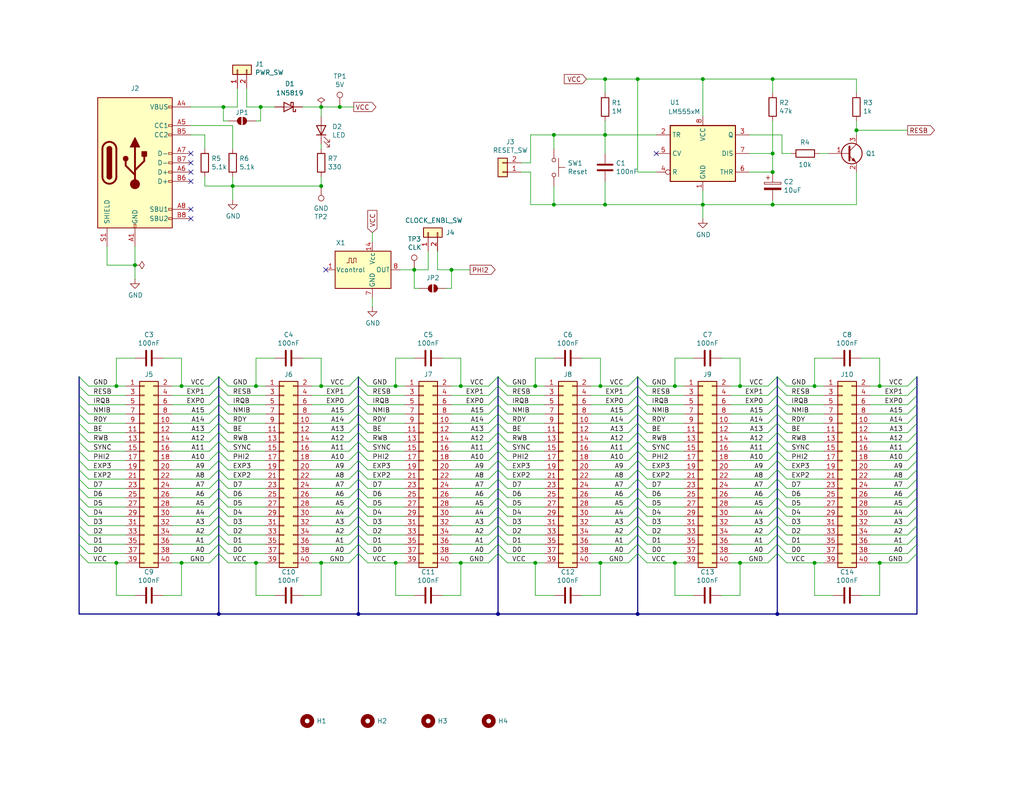
<source format=kicad_sch>
(kicad_sch (version 20250114) (generator "eeschema") (generator_version "9.0")
  (paper "USLetter")
  (title_block (title "6502 Backplane Pro") (date "2024-04-30") (rev "1.0") (company "A.C. Wright Design"))
  (junction (at 107.95 105.41))
  (junction (at 191.77 21.59))
  (junction (at 87.63 29.21))
  (junction (at 146.05 105.41))
  (junction (at 87.63 50.8))
  (junction (at 240.03 105.41))
  (junction (at 151.13 55.88))
  (junction (at 210.82 46.99))
  (junction (at 135.89 167.64))
  (junction (at 151.13 36.83))
  (junction (at 49.53 153.67))
  (junction (at 184.15 153.67))
  (junction (at 212.09 167.64))
  (junction (at 210.82 55.88))
  (junction (at 165.1 55.88))
  (junction (at 210.82 41.91))
  (junction (at 87.63 105.41))
  (junction (at 71.12 29.21))
  (junction (at 233.68 35.56))
  (junction (at 69.85 153.67))
  (junction (at 201.93 105.41))
  (junction (at 113.03 73.66))
  (junction (at 201.93 153.67))
  (junction (at 31.75 105.41))
  (junction (at 240.03 153.67))
  (junction (at 125.73 153.67))
  (junction (at 87.63 153.67))
  (junction (at 146.05 153.67))
  (junction (at 123.19 73.66))
  (junction (at 191.77 55.88))
  (junction (at 165.1 36.83))
  (junction (at 97.79 167.64))
  (junction (at 59.69 167.64))
  (junction (at 184.15 105.41))
  (junction (at 107.95 153.67))
  (junction (at 31.75 153.67))
  (junction (at 163.83 105.41))
  (junction (at 173.99 21.59))
  (junction (at 222.25 105.41))
  (junction (at 60.96 29.21))
  (junction (at 222.25 153.67))
  (junction (at 210.82 21.59))
  (junction (at 63.5 50.8))
  (junction (at 163.83 153.67))
  (junction (at 165.1 21.59))
  (junction (at 36.83 72.39))
  (junction (at 69.85 105.41))
  (junction (at 125.73 105.41))
  (junction (at 173.99 167.64))
  (junction (at 92.71 29.21))
  (junction (at 49.53 105.41))
  (no_connect (at 88.9 73.66))
  (no_connect (at 52.07 44.45))
  (no_connect (at 52.07 49.53))
  (no_connect (at 52.07 59.69))
  (no_connect (at 52.07 46.99))
  (no_connect (at 52.07 57.15))
  (no_connect (at 179.07 41.91))
  (no_connect (at 52.07 41.91))
  (bus_entry (at 59.69 140.97) (size 2.54 2.54))
  (bus_entry (at 135.89 107.95) (size -2.54 2.54))
  (bus_entry (at 250.19 135.89) (size -2.54 2.54))
  (bus_entry (at 97.79 102.87) (size 2.54 2.54))
  (bus_entry (at 250.19 125.73) (size -2.54 2.54))
  (bus_entry (at 173.99 113.03) (size -2.54 2.54))
  (bus_entry (at 212.09 133.35) (size -2.54 2.54))
  (bus_entry (at 135.89 148.59) (size -2.54 2.54))
  (bus_entry (at 97.79 115.57) (size 2.54 2.54))
  (bus_entry (at 97.79 120.65) (size 2.54 2.54))
  (bus_entry (at 59.69 110.49) (size -2.54 2.54))
  (bus_entry (at 97.79 125.73) (size 2.54 2.54))
  (bus_entry (at 135.89 120.65) (size 2.54 2.54))
  (bus_entry (at 135.89 143.51) (size -2.54 2.54))
  (bus_entry (at 97.79 135.89) (size 2.54 2.54))
  (bus_entry (at 59.69 107.95) (size -2.54 2.54))
  (bus_entry (at 212.09 115.57) (size 2.54 2.54))
  (bus_entry (at 212.09 115.57) (size -2.54 2.54))
  (bus_entry (at 173.99 143.51) (size -2.54 2.54))
  (bus_entry (at 21.59 140.97) (size 2.54 2.54))
  (bus_entry (at 97.79 148.59) (size -2.54 2.54))
  (bus_entry (at 135.89 130.81) (size -2.54 2.54))
  (bus_entry (at 97.79 113.03) (size 2.54 2.54))
  (bus_entry (at 135.89 151.13) (size -2.54 2.54))
  (bus_entry (at 250.19 107.95) (size -2.54 2.54))
  (bus_entry (at 173.99 128.27) (size 2.54 2.54))
  (bus_entry (at 250.19 140.97) (size -2.54 2.54))
  (bus_entry (at 59.69 118.11) (size 2.54 2.54))
  (bus_entry (at 173.99 125.73) (size 2.54 2.54))
  (bus_entry (at 21.59 118.11) (size 2.54 2.54))
  (bus_entry (at 59.69 151.13) (size 2.54 2.54))
  (bus_entry (at 21.59 138.43) (size 2.54 2.54))
  (bus_entry (at 173.99 120.65) (size 2.54 2.54))
  (bus_entry (at 135.89 130.81) (size 2.54 2.54))
  (bus_entry (at 21.59 135.89) (size 2.54 2.54))
  (bus_entry (at 59.69 123.19) (size -2.54 2.54))
  (bus_entry (at 97.79 123.19) (size -2.54 2.54))
  (bus_entry (at 212.09 128.27) (size -2.54 2.54))
  (bus_entry (at 97.79 148.59) (size 2.54 2.54))
  (bus_entry (at 21.59 151.13) (size 2.54 2.54))
  (bus_entry (at 59.69 107.95) (size 2.54 2.54))
  (bus_entry (at 173.99 146.05) (size 2.54 2.54))
  (bus_entry (at 59.69 115.57) (size 2.54 2.54))
  (bus_entry (at 173.99 135.89) (size -2.54 2.54))
  (bus_entry (at 212.09 110.49) (size 2.54 2.54))
  (bus_entry (at 97.79 151.13) (size 2.54 2.54))
  (bus_entry (at 59.69 143.51) (size 2.54 2.54))
  (bus_entry (at 135.89 120.65) (size -2.54 2.54))
  (bus_entry (at 173.99 107.95) (size -2.54 2.54))
  (bus_entry (at 135.89 146.05) (size 2.54 2.54))
  (bus_entry (at 212.09 107.95) (size -2.54 2.54))
  (bus_entry (at 59.69 138.43) (size -2.54 2.54))
  (bus_entry (at 135.89 115.57) (size 2.54 2.54))
  (bus_entry (at 59.69 130.81) (size 2.54 2.54))
  (bus_entry (at 21.59 113.03) (size 2.54 2.54))
  (bus_entry (at 135.89 123.19) (size 2.54 2.54))
  (bus_entry (at 21.59 148.59) (size 2.54 2.54))
  (bus_entry (at 97.79 140.97) (size -2.54 2.54))
  (bus_entry (at 212.09 105.41) (size 2.54 2.54))
  (bus_entry (at 135.89 138.43) (size -2.54 2.54))
  (bus_entry (at 173.99 130.81) (size -2.54 2.54))
  (bus_entry (at 135.89 138.43) (size 2.54 2.54))
  (bus_entry (at 97.79 143.51) (size 2.54 2.54))
  (bus_entry (at 59.69 143.51) (size -2.54 2.54))
  (bus_entry (at 59.69 128.27) (size 2.54 2.54))
  (bus_entry (at 59.69 146.05) (size 2.54 2.54))
  (bus_entry (at 212.09 151.13) (size 2.54 2.54))
  (bus_entry (at 97.79 110.49) (size -2.54 2.54))
  (bus_entry (at 173.99 138.43) (size -2.54 2.54))
  (bus_entry (at 135.89 102.87) (size -2.54 2.54))
  (bus_entry (at 97.79 105.41) (size 2.54 2.54))
  (bus_entry (at 135.89 110.49) (size 2.54 2.54))
  (bus_entry (at 212.09 133.35) (size 2.54 2.54))
  (bus_entry (at 97.79 146.05) (size -2.54 2.54))
  (bus_entry (at 212.09 120.65) (size -2.54 2.54))
  (bus_entry (at 250.19 105.41) (size -2.54 2.54))
  (bus_entry (at 212.09 148.59) (size 2.54 2.54))
  (bus_entry (at 173.99 151.13) (size 2.54 2.54))
  (bus_entry (at 173.99 130.81) (size 2.54 2.54))
  (bus_entry (at 173.99 115.57) (size -2.54 2.54))
  (bus_entry (at 97.79 107.95) (size -2.54 2.54))
  (bus_entry (at 173.99 118.11) (size -2.54 2.54))
  (bus_entry (at 21.59 146.05) (size 2.54 2.54))
  (bus_entry (at 97.79 138.43) (size -2.54 2.54))
  (bus_entry (at 97.79 120.65) (size -2.54 2.54))
  (bus_entry (at 212.09 148.59) (size -2.54 2.54))
  (bus_entry (at 173.99 133.35) (size 2.54 2.54))
  (bus_entry (at 135.89 113.03) (size -2.54 2.54))
  (bus_entry (at 135.89 107.95) (size 2.54 2.54))
  (bus_entry (at 212.09 138.43) (size -2.54 2.54))
  (bus_entry (at 212.09 113.03) (size -2.54 2.54))
  (bus_entry (at 173.99 107.95) (size 2.54 2.54))
  (bus_entry (at 97.79 140.97) (size 2.54 2.54))
  (bus_entry (at 21.59 102.87) (size 2.54 2.54))
  (bus_entry (at 173.99 140.97) (size -2.54 2.54))
  (bus_entry (at 173.99 148.59) (size -2.54 2.54))
  (bus_entry (at 250.19 102.87) (size -2.54 2.54))
  (bus_entry (at 97.79 128.27) (size -2.54 2.54))
  (bus_entry (at 21.59 107.95) (size 2.54 2.54))
  (bus_entry (at 173.99 128.27) (size -2.54 2.54))
  (bus_entry (at 173.99 105.41) (size -2.54 2.54))
  (bus_entry (at 212.09 138.43) (size 2.54 2.54))
  (bus_entry (at 173.99 125.73) (size -2.54 2.54))
  (bus_entry (at 250.19 133.35) (size -2.54 2.54))
  (bus_entry (at 250.19 128.27) (size -2.54 2.54))
  (bus_entry (at 250.19 151.13) (size -2.54 2.54))
  (bus_entry (at 97.79 130.81) (size 2.54 2.54))
  (bus_entry (at 21.59 128.27) (size 2.54 2.54))
  (bus_entry (at 97.79 135.89) (size -2.54 2.54))
  (bus_entry (at 21.59 125.73) (size 2.54 2.54))
  (bus_entry (at 135.89 146.05) (size -2.54 2.54))
  (bus_entry (at 212.09 123.19) (size -2.54 2.54))
  (bus_entry (at 212.09 113.03) (size 2.54 2.54))
  (bus_entry (at 173.99 110.49) (size 2.54 2.54))
  (bus_entry (at 135.89 105.41) (size -2.54 2.54))
  (bus_entry (at 97.79 138.43) (size 2.54 2.54))
  (bus_entry (at 59.69 125.73) (size -2.54 2.54))
  (bus_entry (at 59.69 102.87) (size 2.54 2.54))
  (bus_entry (at 59.69 120.65) (size -2.54 2.54))
  (bus_entry (at 212.09 128.27) (size 2.54 2.54))
  (bus_entry (at 173.99 105.41) (size 2.54 2.54))
  (bus_entry (at 173.99 102.87) (size 2.54 2.54))
  (bus_entry (at 97.79 118.11) (size -2.54 2.54))
  (bus_entry (at 97.79 123.19) (size 2.54 2.54))
  (bus_entry (at 97.79 133.35) (size -2.54 2.54))
  (bus_entry (at 212.09 151.13) (size -2.54 2.54))
  (bus_entry (at 97.79 107.95) (size 2.54 2.54))
  (bus_entry (at 21.59 105.41) (size 2.54 2.54))
  (bus_entry (at 59.69 118.11) (size -2.54 2.54))
  (bus_entry (at 97.79 146.05) (size 2.54 2.54))
  (bus_entry (at 212.09 130.81) (size -2.54 2.54))
  (bus_entry (at 135.89 110.49) (size -2.54 2.54))
  (bus_entry (at 212.09 125.73) (size 2.54 2.54))
  (bus_entry (at 212.09 105.41) (size -2.54 2.54))
  (bus_entry (at 59.69 123.19) (size 2.54 2.54))
  (bus_entry (at 212.09 123.19) (size 2.54 2.54))
  (bus_entry (at 21.59 123.19) (size 2.54 2.54))
  (bus_entry (at 21.59 133.35) (size 2.54 2.54))
  (bus_entry (at 97.79 133.35) (size 2.54 2.54))
  (bus_entry (at 21.59 115.57) (size 2.54 2.54))
  (bus_entry (at 59.69 102.87) (size -2.54 2.54))
  (bus_entry (at 250.19 143.51) (size -2.54 2.54))
  (bus_entry (at 97.79 110.49) (size 2.54 2.54))
  (bus_entry (at 97.79 105.41) (size -2.54 2.54))
  (bus_entry (at 173.99 143.51) (size 2.54 2.54))
  (bus_entry (at 135.89 140.97) (size -2.54 2.54))
  (bus_entry (at 135.89 135.89) (size -2.54 2.54))
  (bus_entry (at 135.89 140.97) (size 2.54 2.54))
  (bus_entry (at 21.59 130.81) (size 2.54 2.54))
  (bus_entry (at 212.09 120.65) (size 2.54 2.54))
  (bus_entry (at 135.89 125.73) (size -2.54 2.54))
  (bus_entry (at 173.99 102.87) (size -2.54 2.54))
  (bus_entry (at 173.99 123.19) (size -2.54 2.54))
  (bus_entry (at 173.99 120.65) (size -2.54 2.54))
  (bus_entry (at 59.69 113.03) (size -2.54 2.54))
  (bus_entry (at 250.19 130.81) (size -2.54 2.54))
  (bus_entry (at 212.09 140.97) (size 2.54 2.54))
  (bus_entry (at 212.09 135.89) (size 2.54 2.54))
  (bus_entry (at 250.19 113.03) (size -2.54 2.54))
  (bus_entry (at 59.69 151.13) (size -2.54 2.54))
  (bus_entry (at 135.89 143.51) (size 2.54 2.54))
  (bus_entry (at 59.69 140.97) (size -2.54 2.54))
  (bus_entry (at 97.79 130.81) (size -2.54 2.54))
  (bus_entry (at 135.89 128.27) (size -2.54 2.54))
  (bus_entry (at 212.09 143.51) (size 2.54 2.54))
  (bus_entry (at 59.69 115.57) (size -2.54 2.54))
  (bus_entry (at 59.69 135.89) (size -2.54 2.54))
  (bus_entry (at 59.69 105.41) (size 2.54 2.54))
  (bus_entry (at 212.09 118.11) (size -2.54 2.54))
  (bus_entry (at 59.69 105.41) (size -2.54 2.54))
  (bus_entry (at 212.09 135.89) (size -2.54 2.54))
  (bus_entry (at 173.99 140.97) (size 2.54 2.54))
  (bus_entry (at 212.09 118.11) (size 2.54 2.54))
  (bus_entry (at 97.79 115.57) (size -2.54 2.54))
  (bus_entry (at 135.89 151.13) (size 2.54 2.54))
  (bus_entry (at 97.79 118.11) (size 2.54 2.54))
  (bus_entry (at 212.09 110.49) (size -2.54 2.54))
  (bus_entry (at 212.09 143.51) (size -2.54 2.54))
  (bus_entry (at 173.99 135.89) (size 2.54 2.54))
  (bus_entry (at 212.09 125.73) (size -2.54 2.54))
  (bus_entry (at 250.19 118.11) (size -2.54 2.54))
  (bus_entry (at 135.89 118.11) (size 2.54 2.54))
  (bus_entry (at 97.79 113.03) (size -2.54 2.54))
  (bus_entry (at 250.19 120.65) (size -2.54 2.54))
  (bus_entry (at 97.79 125.73) (size -2.54 2.54))
  (bus_entry (at 250.19 148.59) (size -2.54 2.54))
  (bus_entry (at 21.59 110.49) (size 2.54 2.54))
  (bus_entry (at 59.69 130.81) (size -2.54 2.54))
  (bus_entry (at 59.69 133.35) (size 2.54 2.54))
  (bus_entry (at 135.89 115.57) (size -2.54 2.54))
  (bus_entry (at 173.99 133.35) (size -2.54 2.54))
  (bus_entry (at 212.09 146.05) (size -2.54 2.54))
  (bus_entry (at 59.69 148.59) (size 2.54 2.54))
  (bus_entry (at 135.89 125.73) (size 2.54 2.54))
  (bus_entry (at 97.79 128.27) (size 2.54 2.54))
  (bus_entry (at 97.79 151.13) (size -2.54 2.54))
  (bus_entry (at 173.99 118.11) (size 2.54 2.54))
  (bus_entry (at 212.09 102.87) (size 2.54 2.54))
  (bus_entry (at 59.69 110.49) (size 2.54 2.54))
  (bus_entry (at 21.59 120.65) (size 2.54 2.54))
  (bus_entry (at 212.09 102.87) (size -2.54 2.54))
  (bus_entry (at 59.69 146.05) (size -2.54 2.54))
  (bus_entry (at 135.89 113.03) (size 2.54 2.54))
  (bus_entry (at 59.69 138.43) (size 2.54 2.54))
  (bus_entry (at 173.99 123.19) (size 2.54 2.54))
  (bus_entry (at 173.99 110.49) (size -2.54 2.54))
  (bus_entry (at 250.19 123.19) (size -2.54 2.54))
  (bus_entry (at 173.99 146.05) (size -2.54 2.54))
  (bus_entry (at 135.89 135.89) (size 2.54 2.54))
  (bus_entry (at 173.99 138.43) (size 2.54 2.54))
  (bus_entry (at 135.89 118.11) (size -2.54 2.54))
  (bus_entry (at 59.69 113.03) (size 2.54 2.54))
  (bus_entry (at 97.79 102.87) (size -2.54 2.54))
  (bus_entry (at 59.69 133.35) (size -2.54 2.54))
  (bus_entry (at 59.69 120.65) (size 2.54 2.54))
  (bus_entry (at 250.19 146.05) (size -2.54 2.54))
  (bus_entry (at 59.69 148.59) (size -2.54 2.54))
  (bus_entry (at 135.89 123.19) (size -2.54 2.54))
  (bus_entry (at 212.09 146.05) (size 2.54 2.54))
  (bus_entry (at 212.09 107.95) (size 2.54 2.54))
  (bus_entry (at 59.69 128.27) (size -2.54 2.54))
  (bus_entry (at 173.99 151.13) (size -2.54 2.54))
  (bus_entry (at 135.89 133.35) (size 2.54 2.54))
  (bus_entry (at 212.09 140.97) (size -2.54 2.54))
  (bus_entry (at 135.89 102.87) (size 2.54 2.54))
  (bus_entry (at 135.89 105.41) (size 2.54 2.54))
  (bus_entry (at 135.89 148.59) (size 2.54 2.54))
  (bus_entry (at 250.19 138.43) (size -2.54 2.54))
  (bus_entry (at 173.99 148.59) (size 2.54 2.54))
  (bus_entry (at 59.69 125.73) (size 2.54 2.54))
  (bus_entry (at 97.79 143.51) (size -2.54 2.54))
  (bus_entry (at 173.99 113.03) (size 2.54 2.54))
  (bus_entry (at 59.69 135.89) (size 2.54 2.54))
  (bus_entry (at 212.09 130.81) (size 2.54 2.54))
  (bus_entry (at 135.89 133.35) (size -2.54 2.54))
  (bus_entry (at 250.19 115.57) (size -2.54 2.54))
  (bus_entry (at 173.99 115.57) (size 2.54 2.54))
  (bus_entry (at 135.89 128.27) (size 2.54 2.54))
  (bus_entry (at 250.19 110.49) (size -2.54 2.54))
  (bus_entry (at 21.59 143.51) (size 2.54 2.54))
  (wire (pts (xy 138.43 135.89) (xy 148.59 135.89)))
  (wire (pts (xy 201.93 97.79) (xy 201.93 105.41)))
  (bus (pts (xy 250.19 107.95) (xy 250.19 110.49)))
  (bus (pts (xy 173.99 135.89) (xy 173.99 138.43)))
  (bus (pts (xy 135.89 133.35) (xy 135.89 135.89)))
  (bus (pts (xy 59.69 118.11) (xy 59.69 120.65)))
  (wire (pts (xy 247.65 130.81) (xy 237.49 130.81)))
  (wire (pts (xy 165.1 49.53) (xy 165.1 55.88)))
  (wire (pts (xy 95.25 105.41) (xy 87.63 105.41)))
  (bus (pts (xy 212.09 120.65) (xy 212.09 123.19)))
  (wire (pts (xy 224.79 148.59) (xy 214.63 148.59)))
  (wire (pts (xy 46.99 118.11) (xy 57.15 118.11)))
  (wire (pts (xy 247.65 140.97) (xy 237.49 140.97)))
  (wire (pts (xy 69.85 153.67) (xy 62.23 153.67)))
  (wire (pts (xy 165.1 55.88) (xy 191.77 55.88)))
  (wire (pts (xy 36.83 67.31) (xy 36.83 72.39)))
  (bus (pts (xy 21.59 113.03) (xy 21.59 115.57)))
  (wire (pts (xy 107.95 105.41) (xy 110.49 105.41)))
  (bus (pts (xy 135.89 120.65) (xy 135.89 123.19)))
  (wire (pts (xy 133.35 140.97) (xy 123.19 140.97)))
  (bus (pts (xy 135.89 151.13) (xy 135.89 167.64)))
  (wire (pts (xy 62.23 135.89) (xy 72.39 135.89)))
  (bus (pts (xy 250.19 143.51) (xy 250.19 146.05)))
  (wire (pts (xy 163.83 97.79) (xy 163.83 105.41)))
  (wire (pts (xy 87.63 153.67) (xy 95.25 153.67)))
  (wire (pts (xy 133.35 125.73) (xy 123.19 125.73)))
  (bus (pts (xy 173.99 118.11) (xy 173.99 120.65)))
  (bus (pts (xy 21.59 146.05) (xy 21.59 148.59)))
  (wire (pts (xy 247.65 146.05) (xy 237.49 146.05)))
  (wire (pts (xy 100.33 130.81) (xy 110.49 130.81)))
  (wire (pts (xy 72.39 118.11) (xy 62.23 118.11)))
  (wire (pts (xy 209.55 130.81) (xy 199.39 130.81)))
  (wire (pts (xy 87.63 97.79) (xy 87.63 105.41)))
  (wire (pts (xy 110.49 118.11) (xy 100.33 118.11)))
  (wire (pts (xy 142.24 46.99) (xy 144.78 46.99)))
  (wire (pts (xy 247.65 151.13) (xy 237.49 151.13)))
  (bus (pts (xy 250.19 148.59) (xy 250.19 151.13)))
  (wire (pts (xy 179.07 36.83) (xy 165.1 36.83)))
  (wire (pts (xy 233.68 21.59) (xy 233.68 25.4)))
  (wire (pts (xy 125.73 162.56) (xy 120.65 162.56)))
  (wire (pts (xy 173.99 21.59) (xy 173.99 46.99)))
  (wire (pts (xy 171.45 110.49) (xy 161.29 110.49)))
  (wire (pts (xy 209.55 110.49) (xy 199.39 110.49)))
  (bus (pts (xy 59.69 135.89) (xy 59.69 138.43)))
  (wire (pts (xy 191.77 55.88) (xy 191.77 59.69)))
  (wire (pts (xy 110.49 148.59) (xy 100.33 148.59)))
  (wire (pts (xy 138.43 113.03) (xy 148.59 113.03)))
  (wire (pts (xy 49.53 105.41) (xy 46.99 105.41)))
  (bus (pts (xy 59.69 133.35) (xy 59.69 135.89)))
  (wire (pts (xy 55.88 36.83) (xy 55.88 40.64)))
  (bus (pts (xy 173.99 107.95) (xy 173.99 110.49)))
  (wire (pts (xy 110.49 133.35) (xy 100.33 133.35)))
  (wire (pts (xy 24.13 135.89) (xy 34.29 135.89)))
  (bus (pts (xy 135.89 115.57) (xy 135.89 118.11)))
  (wire (pts (xy 247.65 115.57) (xy 237.49 115.57)))
  (wire (pts (xy 87.63 153.67) (xy 85.09 153.67)))
  (bus (pts (xy 59.69 115.57) (xy 59.69 118.11)))
  (wire (pts (xy 57.15 115.57) (xy 46.99 115.57)))
  (wire (pts (xy 138.43 115.57) (xy 148.59 115.57)))
  (bus (pts (xy 59.69 140.97) (xy 59.69 143.51)))
  (wire (pts (xy 222.25 97.79) (xy 222.25 105.41)))
  (bus (pts (xy 59.69 151.13) (xy 59.69 167.64)))
  (bus (pts (xy 97.79 123.19) (xy 97.79 125.73)))
  (bus (pts (xy 212.09 118.11) (xy 212.09 120.65)))
  (bus (pts (xy 59.69 113.03) (xy 59.69 115.57)))
  (wire (pts (xy 151.13 55.88) (xy 165.1 55.88)))
  (bus (pts (xy 97.79 113.03) (xy 97.79 115.57)))
  (wire (pts (xy 110.49 113.03) (xy 100.33 113.03)))
  (wire (pts (xy 49.53 153.67) (xy 49.53 162.56)))
  (wire (pts (xy 201.93 162.56) (xy 196.85 162.56)))
  (wire (pts (xy 110.49 153.67) (xy 107.95 153.67)))
  (wire (pts (xy 146.05 97.79) (xy 146.05 105.41)))
  (wire (pts (xy 85.09 118.11) (xy 95.25 118.11)))
  (wire (pts (xy 247.65 105.41) (xy 240.03 105.41)))
  (wire (pts (xy 165.1 21.59) (xy 165.1 25.4)))
  (wire (pts (xy 87.63 39.37) (xy 87.63 40.64)))
  (bus (pts (xy 135.89 130.81) (xy 135.89 133.35)))
  (bus (pts (xy 135.89 143.51) (xy 135.89 146.05)))
  (wire (pts (xy 161.29 138.43) (xy 171.45 138.43)))
  (wire (pts (xy 101.6 63.5) (xy 101.6 66.04)))
  (wire (pts (xy 214.63 151.13) (xy 224.79 151.13)))
  (wire (pts (xy 119.38 68.58) (xy 119.38 73.66)))
  (wire (pts (xy 138.43 130.81) (xy 148.59 130.81)))
  (bus (pts (xy 135.89 135.89) (xy 135.89 138.43)))
  (wire (pts (xy 24.13 151.13) (xy 34.29 151.13)))
  (wire (pts (xy 24.13 113.03) (xy 34.29 113.03)))
  (wire (pts (xy 100.33 135.89) (xy 110.49 135.89)))
  (wire (pts (xy 224.79 105.41) (xy 222.25 105.41)))
  (bus (pts (xy 59.69 125.73) (xy 59.69 128.27)))
  (wire (pts (xy 52.07 29.21) (xy 60.96 29.21)))
  (wire (pts (xy 46.99 123.19) (xy 57.15 123.19)))
  (wire (pts (xy 237.49 148.59) (xy 247.65 148.59)))
  (bus (pts (xy 21.59 135.89) (xy 21.59 138.43)))
  (wire (pts (xy 196.85 97.79) (xy 201.93 97.79)))
  (bus (pts (xy 212.09 123.19) (xy 212.09 125.73)))
  (bus (pts (xy 97.79 138.43) (xy 97.79 140.97)))
  (wire (pts (xy 176.53 130.81) (xy 186.69 130.81)))
  (wire (pts (xy 227.33 97.79) (xy 222.25 97.79)))
  (wire (pts (xy 87.63 29.21) (xy 92.71 29.21)))
  (wire (pts (xy 120.65 97.79) (xy 125.73 97.79)))
  (wire (pts (xy 214.63 113.03) (xy 224.79 113.03)))
  (wire (pts (xy 138.43 125.73) (xy 148.59 125.73)))
  (wire (pts (xy 209.55 140.97) (xy 199.39 140.97)))
  (wire (pts (xy 62.23 140.97) (xy 72.39 140.97)))
  (wire (pts (xy 224.79 138.43) (xy 214.63 138.43)))
  (bus (pts (xy 59.69 143.51) (xy 59.69 146.05)))
  (wire (pts (xy 24.13 130.81) (xy 34.29 130.81)))
  (wire (pts (xy 184.15 97.79) (xy 184.15 105.41)))
  (bus (pts (xy 21.59 105.41) (xy 21.59 107.95)))
  (bus (pts (xy 250.19 130.81) (xy 250.19 133.35)))
  (wire (pts (xy 85.09 123.19) (xy 95.25 123.19)))
  (wire (pts (xy 110.49 107.95) (xy 100.33 107.95)))
  (bus (pts (xy 212.09 128.27) (xy 212.09 130.81)))
  (wire (pts (xy 34.29 138.43) (xy 24.13 138.43)))
  (wire (pts (xy 209.55 120.65) (xy 199.39 120.65)))
  (wire (pts (xy 184.15 153.67) (xy 184.15 162.56)))
  (wire (pts (xy 176.53 107.95) (xy 186.69 107.95)))
  (wire (pts (xy 233.68 55.88) (xy 210.82 55.88)))
  (wire (pts (xy 163.83 105.41) (xy 161.29 105.41)))
  (bus (pts (xy 212.09 133.35) (xy 212.09 135.89)))
  (wire (pts (xy 224.79 153.67) (xy 222.25 153.67)))
  (wire (pts (xy 123.19 123.19) (xy 133.35 123.19)))
  (wire (pts (xy 237.49 123.19) (xy 247.65 123.19)))
  (wire (pts (xy 176.53 120.65) (xy 186.69 120.65)))
  (wire (pts (xy 100.33 140.97) (xy 110.49 140.97)))
  (wire (pts (xy 72.39 138.43) (xy 62.23 138.43)))
  (bus (pts (xy 173.99 138.43) (xy 173.99 140.97)))
  (wire (pts (xy 210.82 21.59) (xy 233.68 21.59)))
  (bus (pts (xy 173.99 110.49) (xy 173.99 113.03)))
  (wire (pts (xy 161.29 143.51) (xy 171.45 143.51)))
  (wire (pts (xy 62.23 110.49) (xy 72.39 110.49)))
  (wire (pts (xy 214.63 130.81) (xy 224.79 130.81)))
  (wire (pts (xy 34.29 118.11) (xy 24.13 118.11)))
  (bus (pts (xy 135.89 110.49) (xy 135.89 113.03)))
  (wire (pts (xy 214.63 115.57) (xy 224.79 115.57)))
  (bus (pts (xy 173.99 120.65) (xy 173.99 123.19)))
  (bus (pts (xy 21.59 110.49) (xy 21.59 113.03)))
  (wire (pts (xy 199.39 133.35) (xy 209.55 133.35)))
  (wire (pts (xy 209.55 125.73) (xy 199.39 125.73)))
  (wire (pts (xy 95.25 115.57) (xy 85.09 115.57)))
  (wire (pts (xy 210.82 54.61) (xy 210.82 55.88)))
  (wire (pts (xy 171.45 130.81) (xy 161.29 130.81)))
  (bus (pts (xy 173.99 133.35) (xy 173.99 135.89)))
  (wire (pts (xy 184.15 162.56) (xy 189.23 162.56)))
  (wire (pts (xy 144.78 55.88) (xy 151.13 55.88)))
  (wire (pts (xy 237.49 153.67) (xy 240.03 153.67)))
  (wire (pts (xy 199.39 148.59) (xy 209.55 148.59)))
  (wire (pts (xy 173.99 21.59) (xy 165.1 21.59)))
  (wire (pts (xy 44.45 97.79) (xy 49.53 97.79)))
  (bus (pts (xy 135.89 138.43) (xy 135.89 140.97)))
  (wire (pts (xy 24.13 120.65) (xy 34.29 120.65)))
  (wire (pts (xy 85.09 148.59) (xy 95.25 148.59)))
  (wire (pts (xy 237.49 128.27) (xy 247.65 128.27)))
  (wire (pts (xy 209.55 151.13) (xy 199.39 151.13)))
  (wire (pts (xy 240.03 153.67) (xy 247.65 153.67)))
  (wire (pts (xy 184.15 105.41) (xy 186.69 105.41)))
  (wire (pts (xy 95.25 110.49) (xy 85.09 110.49)))
  (wire (pts (xy 101.6 81.28) (xy 101.6 83.82)))
  (wire (pts (xy 95.25 140.97) (xy 85.09 140.97)))
  (wire (pts (xy 113.03 97.79) (xy 107.95 97.79)))
  (wire (pts (xy 85.09 113.03) (xy 95.25 113.03)))
  (wire (pts (xy 72.39 133.35) (xy 62.23 133.35)))
  (wire (pts (xy 109.22 73.66) (xy 113.03 73.66)))
  (wire (pts (xy 125.73 153.67) (xy 125.73 162.56)))
  (wire (pts (xy 60.96 33.02) (xy 60.96 29.21)))
  (bus (pts (xy 212.09 125.73) (xy 212.09 128.27)))
  (wire (pts (xy 161.29 148.59) (xy 171.45 148.59)))
  (bus (pts (xy 97.79 140.97) (xy 97.79 143.51)))
  (wire (pts (xy 237.49 118.11) (xy 247.65 118.11)))
  (wire (pts (xy 133.35 115.57) (xy 123.19 115.57)))
  (bus (pts (xy 21.59 120.65) (xy 21.59 123.19)))
  (wire (pts (xy 224.79 143.51) (xy 214.63 143.51)))
  (wire (pts (xy 171.45 120.65) (xy 161.29 120.65)))
  (wire (pts (xy 110.49 123.19) (xy 100.33 123.19)))
  (wire (pts (xy 213.36 41.91) (xy 215.9 41.91)))
  (wire (pts (xy 100.33 125.73) (xy 110.49 125.73)))
  (bus (pts (xy 135.89 113.03) (xy 135.89 115.57)))
  (wire (pts (xy 199.39 143.51) (xy 209.55 143.51)))
  (wire (pts (xy 46.99 138.43) (xy 57.15 138.43)))
  (bus (pts (xy 212.09 143.51) (xy 212.09 146.05)))
  (wire (pts (xy 210.82 25.4) (xy 210.82 21.59)))
  (bus (pts (xy 21.59 128.27) (xy 21.59 130.81)))
  (wire (pts (xy 233.68 35.56) (xy 233.68 36.83)))
  (wire (pts (xy 186.69 133.35) (xy 176.53 133.35)))
  (wire (pts (xy 82.55 162.56) (xy 87.63 162.56)))
  (wire (pts (xy 240.03 153.67) (xy 240.03 162.56)))
  (wire (pts (xy 107.95 97.79) (xy 107.95 105.41)))
  (bus (pts (xy 135.89 125.73) (xy 135.89 128.27)))
  (wire (pts (xy 138.43 120.65) (xy 148.59 120.65)))
  (wire (pts (xy 95.25 151.13) (xy 85.09 151.13)))
  (wire (pts (xy 113.03 73.66) (xy 116.84 73.66)))
  (wire (pts (xy 158.75 97.79) (xy 163.83 97.79)))
  (bus (pts (xy 97.79 110.49) (xy 97.79 113.03)))
  (bus (pts (xy 212.09 148.59) (xy 212.09 151.13)))
  (wire (pts (xy 116.84 68.58) (xy 116.84 73.66)))
  (wire (pts (xy 209.55 135.89) (xy 199.39 135.89)))
  (bus (pts (xy 250.19 123.19) (xy 250.19 125.73)))
  (wire (pts (xy 214.63 125.73) (xy 224.79 125.73)))
  (wire (pts (xy 87.63 162.56) (xy 87.63 153.67)))
  (wire (pts (xy 173.99 46.99) (xy 179.07 46.99)))
  (bus (pts (xy 59.69 107.95) (xy 59.69 110.49)))
  (bus (pts (xy 59.69 128.27) (xy 59.69 130.81)))
  (bus (pts (xy 212.09 105.41) (xy 212.09 107.95)))
  (bus (pts (xy 250.19 151.13) (xy 250.19 167.64)))
  (wire (pts (xy 34.29 123.19) (xy 24.13 123.19)))
  (wire (pts (xy 69.85 153.67) (xy 72.39 153.67)))
  (bus (pts (xy 21.59 148.59) (xy 21.59 151.13)))
  (wire (pts (xy 69.85 97.79) (xy 69.85 105.41)))
  (wire (pts (xy 123.19 143.51) (xy 133.35 143.51)))
  (wire (pts (xy 186.69 148.59) (xy 176.53 148.59)))
  (wire (pts (xy 24.13 125.73) (xy 34.29 125.73)))
  (wire (pts (xy 63.5 34.29) (xy 63.5 40.64)))
  (wire (pts (xy 224.79 123.19) (xy 214.63 123.19)))
  (wire (pts (xy 163.83 162.56) (xy 158.75 162.56)))
  (wire (pts (xy 46.99 153.67) (xy 49.53 153.67)))
  (wire (pts (xy 146.05 162.56) (xy 151.13 162.56)))
  (wire (pts (xy 214.63 105.41) (xy 222.25 105.41)))
  (wire (pts (xy 107.95 162.56) (xy 113.03 162.56)))
  (wire (pts (xy 125.73 97.79) (xy 125.73 105.41)))
  (bus (pts (xy 173.99 128.27) (xy 173.99 130.81)))
  (wire (pts (xy 100.33 151.13) (xy 110.49 151.13)))
  (wire (pts (xy 240.03 105.41) (xy 237.49 105.41)))
  (bus (pts (xy 59.69 120.65) (xy 59.69 123.19)))
  (wire (pts (xy 199.39 128.27) (xy 209.55 128.27)))
  (wire (pts (xy 176.53 110.49) (xy 186.69 110.49)))
  (wire (pts (xy 62.23 33.02) (xy 60.96 33.02)))
  (wire (pts (xy 57.15 130.81) (xy 46.99 130.81)))
  (wire (pts (xy 31.75 105.41) (xy 31.75 97.79)))
  (bus (pts (xy 97.79 105.41) (xy 97.79 107.95)))
  (wire (pts (xy 247.65 125.73) (xy 237.49 125.73)))
  (bus (pts (xy 97.79 167.64) (xy 135.89 167.64)))
  (bus (pts (xy 21.59 118.11) (xy 21.59 120.65)))
  (wire (pts (xy 114.3 78.74) (xy 113.03 78.74)))
  (wire (pts (xy 186.69 138.43) (xy 176.53 138.43)))
  (bus (pts (xy 59.69 130.81) (xy 59.69 133.35)))
  (bus (pts (xy 97.79 115.57) (xy 97.79 118.11)))
  (wire (pts (xy 100.33 105.41) (xy 107.95 105.41)))
  (bus (pts (xy 135.89 146.05) (xy 135.89 148.59)))
  (wire (pts (xy 176.53 153.67) (xy 184.15 153.67)))
  (wire (pts (xy 201.93 153.67) (xy 209.55 153.67)))
  (wire (pts (xy 24.13 140.97) (xy 34.29 140.97)))
  (wire (pts (xy 62.23 107.95) (xy 72.39 107.95)))
  (wire (pts (xy 31.75 97.79) (xy 36.83 97.79)))
  (wire (pts (xy 171.45 115.57) (xy 161.29 115.57)))
  (wire (pts (xy 57.15 140.97) (xy 46.99 140.97)))
  (wire (pts (xy 163.83 153.67) (xy 171.45 153.67)))
  (wire (pts (xy 24.13 110.49) (xy 34.29 110.49)))
  (wire (pts (xy 176.53 113.03) (xy 186.69 113.03)))
  (wire (pts (xy 237.49 138.43) (xy 247.65 138.43)))
  (wire (pts (xy 95.25 146.05) (xy 85.09 146.05)))
  (wire (pts (xy 107.95 153.67) (xy 100.33 153.67)))
  (wire (pts (xy 69.85 162.56) (xy 69.85 153.67)))
  (bus (pts (xy 250.19 125.73) (xy 250.19 128.27)))
  (wire (pts (xy 138.43 151.13) (xy 148.59 151.13)))
  (bus (pts (xy 250.19 115.57) (xy 250.19 118.11)))
  (wire (pts (xy 201.93 153.67) (xy 201.93 162.56)))
  (bus (pts (xy 59.69 146.05) (xy 59.69 148.59)))
  (wire (pts (xy 176.53 125.73) (xy 186.69 125.73)))
  (wire (pts (xy 138.43 146.05) (xy 148.59 146.05)))
  (wire (pts (xy 138.43 105.41) (xy 146.05 105.41)))
  (wire (pts (xy 247.65 135.89) (xy 237.49 135.89)))
  (wire (pts (xy 237.49 107.95) (xy 247.65 107.95)))
  (bus (pts (xy 173.99 102.87) (xy 173.99 105.41)))
  (bus (pts (xy 212.09 151.13) (xy 212.09 167.64)))
  (wire (pts (xy 210.82 33.02) (xy 210.82 41.91)))
  (wire (pts (xy 34.29 128.27) (xy 24.13 128.27)))
  (wire (pts (xy 123.19 78.74) (xy 123.19 73.66)))
  (bus (pts (xy 135.89 167.64) (xy 173.99 167.64)))
  (wire (pts (xy 100.33 115.57) (xy 110.49 115.57)))
  (wire (pts (xy 85.09 143.51) (xy 95.25 143.51)))
  (bus (pts (xy 250.19 120.65) (xy 250.19 123.19)))
  (wire (pts (xy 95.25 125.73) (xy 85.09 125.73)))
  (wire (pts (xy 123.19 107.95) (xy 133.35 107.95)))
  (wire (pts (xy 49.53 97.79) (xy 49.53 105.41)))
  (wire (pts (xy 151.13 36.83) (xy 144.78 36.83)))
  (bus (pts (xy 212.09 113.03) (xy 212.09 115.57)))
  (wire (pts (xy 161.29 133.35) (xy 171.45 133.35)))
  (wire (pts (xy 199.39 118.11) (xy 209.55 118.11)))
  (wire (pts (xy 161.29 123.19) (xy 171.45 123.19)))
  (wire (pts (xy 165.1 41.91) (xy 165.1 36.83)))
  (wire (pts (xy 161.29 118.11) (xy 171.45 118.11)))
  (wire (pts (xy 113.03 78.74) (xy 113.03 73.66)))
  (wire (pts (xy 95.25 135.89) (xy 85.09 135.89)))
  (wire (pts (xy 148.59 123.19) (xy 138.43 123.19)))
  (wire (pts (xy 214.63 135.89) (xy 224.79 135.89)))
  (wire (pts (xy 237.49 133.35) (xy 247.65 133.35)))
  (wire (pts (xy 123.19 113.03) (xy 133.35 113.03)))
  (wire (pts (xy 95.25 120.65) (xy 85.09 120.65)))
  (wire (pts (xy 148.59 138.43) (xy 138.43 138.43)))
  (wire (pts (xy 55.88 48.26) (xy 55.88 50.8)))
  (wire (pts (xy 133.35 151.13) (xy 123.19 151.13)))
  (wire (pts (xy 210.82 21.59) (xy 191.77 21.59)))
  (wire (pts (xy 62.23 115.57) (xy 72.39 115.57)))
  (wire (pts (xy 123.19 148.59) (xy 133.35 148.59)))
  (wire (pts (xy 148.59 153.67) (xy 146.05 153.67)))
  (bus (pts (xy 212.09 115.57) (xy 212.09 118.11)))
  (wire (pts (xy 24.13 107.95) (xy 34.29 107.95)))
  (wire (pts (xy 234.95 97.79) (xy 240.03 97.79)))
  (wire (pts (xy 176.53 151.13) (xy 186.69 151.13)))
  (wire (pts (xy 123.19 138.43) (xy 133.35 138.43)))
  (wire (pts (xy 186.69 128.27) (xy 176.53 128.27)))
  (bus (pts (xy 21.59 133.35) (xy 21.59 135.89)))
  (bus (pts (xy 59.69 105.41) (xy 59.69 107.95)))
  (wire (pts (xy 72.39 113.03) (xy 62.23 113.03)))
  (wire (pts (xy 247.65 120.65) (xy 237.49 120.65)))
  (wire (pts (xy 199.39 123.19) (xy 209.55 123.19)))
  (bus (pts (xy 173.99 148.59) (xy 173.99 151.13)))
  (wire (pts (xy 46.99 113.03) (xy 57.15 113.03)))
  (wire (pts (xy 176.53 135.89) (xy 186.69 135.89)))
  (wire (pts (xy 171.45 125.73) (xy 161.29 125.73)))
  (bus (pts (xy 250.19 102.87) (xy 250.19 105.41)))
  (wire (pts (xy 199.39 153.67) (xy 201.93 153.67)))
  (bus (pts (xy 173.99 113.03) (xy 173.99 115.57)))
  (wire (pts (xy 223.52 41.91) (xy 226.06 41.91)))
  (wire (pts (xy 171.45 146.05) (xy 161.29 146.05)))
  (wire (pts (xy 133.35 120.65) (xy 123.19 120.65)))
  (wire (pts (xy 199.39 138.43) (xy 209.55 138.43)))
  (bus (pts (xy 21.59 138.43) (xy 21.59 140.97)))
  (bus (pts (xy 97.79 130.81) (xy 97.79 133.35)))
  (wire (pts (xy 151.13 40.64) (xy 151.13 36.83)))
  (bus (pts (xy 173.99 143.51) (xy 173.99 146.05)))
  (bus (pts (xy 173.99 146.05) (xy 173.99 148.59)))
  (wire (pts (xy 31.75 162.56) (xy 36.83 162.56)))
  (wire (pts (xy 87.63 105.41) (xy 85.09 105.41)))
  (wire (pts (xy 107.95 153.67) (xy 107.95 162.56)))
  (bus (pts (xy 97.79 148.59) (xy 97.79 151.13)))
  (bus (pts (xy 59.69 110.49) (xy 59.69 113.03)))
  (wire (pts (xy 144.78 36.83) (xy 144.78 44.45)))
  (bus (pts (xy 250.19 128.27) (xy 250.19 130.81)))
  (wire (pts (xy 123.19 153.67) (xy 125.73 153.67)))
  (wire (pts (xy 46.99 143.51) (xy 57.15 143.51)))
  (wire (pts (xy 63.5 48.26) (xy 63.5 50.8)))
  (wire (pts (xy 186.69 153.67) (xy 184.15 153.67)))
  (wire (pts (xy 72.39 143.51) (xy 62.23 143.51)))
  (bus (pts (xy 173.99 130.81) (xy 173.99 133.35)))
  (bus (pts (xy 97.79 135.89) (xy 97.79 138.43)))
  (wire (pts (xy 148.59 143.51) (xy 138.43 143.51)))
  (bus (pts (xy 250.19 118.11) (xy 250.19 120.65)))
  (wire (pts (xy 176.53 115.57) (xy 186.69 115.57)))
  (wire (pts (xy 46.99 133.35) (xy 57.15 133.35)))
  (wire (pts (xy 171.45 140.97) (xy 161.29 140.97)))
  (wire (pts (xy 121.92 78.74) (xy 123.19 78.74)))
  (wire (pts (xy 46.99 148.59) (xy 57.15 148.59)))
  (bus (pts (xy 21.59 151.13) (xy 21.59 167.64)))
  (bus (pts (xy 21.59 140.97) (xy 21.59 143.51)))
  (wire (pts (xy 72.39 148.59) (xy 62.23 148.59)))
  (wire (pts (xy 87.63 48.26) (xy 87.63 50.8)))
  (wire (pts (xy 176.53 140.97) (xy 186.69 140.97)))
  (wire (pts (xy 85.09 138.43) (xy 95.25 138.43)))
  (wire (pts (xy 222.25 153.67) (xy 222.25 162.56)))
  (wire (pts (xy 71.12 29.21) (xy 74.93 29.21)))
  (wire (pts (xy 119.38 73.66) (xy 123.19 73.66)))
  (bus (pts (xy 173.99 123.19) (xy 173.99 125.73)))
  (wire (pts (xy 110.49 128.27) (xy 100.33 128.27)))
  (wire (pts (xy 148.59 118.11) (xy 138.43 118.11)))
  (wire (pts (xy 209.55 115.57) (xy 199.39 115.57)))
  (wire (pts (xy 224.79 118.11) (xy 214.63 118.11)))
  (bus (pts (xy 250.19 113.03) (xy 250.19 115.57)))
  (wire (pts (xy 176.53 105.41) (xy 184.15 105.41)))
  (wire (pts (xy 138.43 110.49) (xy 148.59 110.49)))
  (bus (pts (xy 135.89 102.87) (xy 135.89 105.41)))
  (wire (pts (xy 165.1 36.83) (xy 165.1 33.02)))
  (wire (pts (xy 161.29 113.03) (xy 171.45 113.03)))
  (bus (pts (xy 173.99 115.57) (xy 173.99 118.11)))
  (wire (pts (xy 233.68 33.02) (xy 233.68 35.56)))
  (bus (pts (xy 97.79 107.95) (xy 97.79 110.49)))
  (wire (pts (xy 191.77 21.59) (xy 173.99 21.59)))
  (wire (pts (xy 171.45 135.89) (xy 161.29 135.89)))
  (wire (pts (xy 133.35 130.81) (xy 123.19 130.81)))
  (wire (pts (xy 151.13 97.79) (xy 146.05 97.79)))
  (wire (pts (xy 146.05 105.41) (xy 148.59 105.41)))
  (bus (pts (xy 135.89 148.59) (xy 135.89 151.13)))
  (wire (pts (xy 82.55 29.21) (xy 87.63 29.21)))
  (wire (pts (xy 92.71 29.21) (xy 96.52 29.21)))
  (bus (pts (xy 135.89 140.97) (xy 135.89 143.51)))
  (wire (pts (xy 63.5 50.8) (xy 87.63 50.8)))
  (wire (pts (xy 210.82 55.88) (xy 191.77 55.88)))
  (wire (pts (xy 69.85 33.02) (xy 71.12 33.02)))
  (bus (pts (xy 212.09 138.43) (xy 212.09 140.97)))
  (wire (pts (xy 161.29 128.27) (xy 171.45 128.27)))
  (wire (pts (xy 151.13 36.83) (xy 165.1 36.83)))
  (wire (pts (xy 125.73 153.67) (xy 133.35 153.67)))
  (wire (pts (xy 74.93 97.79) (xy 69.85 97.79)))
  (wire (pts (xy 34.29 143.51) (xy 24.13 143.51)))
  (wire (pts (xy 24.13 146.05) (xy 34.29 146.05)))
  (bus (pts (xy 21.59 102.87) (xy 21.59 105.41)))
  (bus (pts (xy 250.19 146.05) (xy 250.19 148.59)))
  (bus (pts (xy 59.69 123.19) (xy 59.69 125.73)))
  (bus (pts (xy 21.59 143.51) (xy 21.59 146.05)))
  (bus (pts (xy 97.79 151.13) (xy 97.79 167.64)))
  (bus (pts (xy 97.79 128.27) (xy 97.79 130.81)))
  (wire (pts (xy 133.35 105.41) (xy 125.73 105.41)))
  (wire (pts (xy 214.63 107.95) (xy 224.79 107.95)))
  (wire (pts (xy 186.69 123.19) (xy 176.53 123.19)))
  (wire (pts (xy 125.73 105.41) (xy 123.19 105.41)))
  (wire (pts (xy 237.49 113.03) (xy 247.65 113.03)))
  (wire (pts (xy 144.78 46.99) (xy 144.78 55.88)))
  (wire (pts (xy 67.31 29.21) (xy 71.12 29.21)))
  (wire (pts (xy 36.83 72.39) (xy 36.83 76.2)))
  (wire (pts (xy 148.59 148.59) (xy 138.43 148.59)))
  (wire (pts (xy 52.07 36.83) (xy 55.88 36.83)))
  (bus (pts (xy 250.19 140.97) (xy 250.19 143.51)))
  (wire (pts (xy 214.63 120.65) (xy 224.79 120.65)))
  (wire (pts (xy 85.09 133.35) (xy 95.25 133.35)))
  (bus (pts (xy 212.09 146.05) (xy 212.09 148.59)))
  (bus (pts (xy 21.59 123.19) (xy 21.59 125.73)))
  (wire (pts (xy 214.63 153.67) (xy 222.25 153.67)))
  (wire (pts (xy 237.49 143.51) (xy 247.65 143.51)))
  (bus (pts (xy 135.89 118.11) (xy 135.89 120.65)))
  (wire (pts (xy 247.65 110.49) (xy 237.49 110.49)))
  (wire (pts (xy 224.79 133.35) (xy 214.63 133.35)))
  (wire (pts (xy 34.29 148.59) (xy 24.13 148.59)))
  (wire (pts (xy 100.33 120.65) (xy 110.49 120.65)))
  (wire (pts (xy 34.29 133.35) (xy 24.13 133.35)))
  (wire (pts (xy 186.69 118.11) (xy 176.53 118.11)))
  (bus (pts (xy 173.99 125.73) (xy 173.99 128.27)))
  (wire (pts (xy 100.33 110.49) (xy 110.49 110.49)))
  (wire (pts (xy 24.13 115.57) (xy 34.29 115.57)))
  (wire (pts (xy 209.55 105.41) (xy 201.93 105.41)))
  (wire (pts (xy 138.43 107.95) (xy 148.59 107.95)))
  (wire (pts (xy 161.29 107.95) (xy 171.45 107.95)))
  (bus (pts (xy 250.19 110.49) (xy 250.19 113.03)))
  (wire (pts (xy 191.77 31.75) (xy 191.77 21.59)))
  (wire (pts (xy 29.21 67.31) (xy 29.21 72.39)))
  (wire (pts (xy 176.53 146.05) (xy 186.69 146.05)))
  (bus (pts (xy 135.89 105.41) (xy 135.89 107.95)))
  (wire (pts (xy 69.85 105.41) (xy 72.39 105.41)))
  (wire (pts (xy 210.82 41.91) (xy 210.82 46.99)))
  (wire (pts (xy 29.21 72.39) (xy 36.83 72.39)))
  (bus (pts (xy 59.69 102.87) (xy 59.69 105.41)))
  (wire (pts (xy 87.63 31.75) (xy 87.63 29.21)))
  (wire (pts (xy 214.63 110.49) (xy 224.79 110.49)))
  (bus (pts (xy 212.09 130.81) (xy 212.09 133.35)))
  (wire (pts (xy 222.25 162.56) (xy 227.33 162.56)))
  (bus (pts (xy 212.09 140.97) (xy 212.09 143.51)))
  (wire (pts (xy 62.23 130.81) (xy 72.39 130.81)))
  (wire (pts (xy 123.19 133.35) (xy 133.35 133.35)))
  (wire (pts (xy 171.45 151.13) (xy 161.29 151.13)))
  (bus (pts (xy 250.19 105.41) (xy 250.19 107.95)))
  (wire (pts (xy 214.63 146.05) (xy 224.79 146.05)))
  (wire (pts (xy 161.29 153.67) (xy 163.83 153.67)))
  (wire (pts (xy 186.69 143.51) (xy 176.53 143.51)))
  (wire (pts (xy 224.79 128.27) (xy 214.63 128.27)))
  (bus (pts (xy 135.89 107.95) (xy 135.89 110.49)))
  (wire (pts (xy 110.49 138.43) (xy 100.33 138.43)))
  (wire (pts (xy 204.47 36.83) (xy 213.36 36.83)))
  (wire (pts (xy 123.19 73.66) (xy 128.27 73.66)))
  (bus (pts (xy 21.59 167.64) (xy 59.69 167.64)))
  (wire (pts (xy 69.85 105.41) (xy 62.23 105.41)))
  (wire (pts (xy 57.15 110.49) (xy 46.99 110.49)))
  (wire (pts (xy 204.47 41.91) (xy 210.82 41.91)))
  (wire (pts (xy 57.15 146.05) (xy 46.99 146.05)))
  (wire (pts (xy 67.31 24.13) (xy 67.31 29.21)))
  (wire (pts (xy 138.43 153.67) (xy 146.05 153.67)))
  (bus (pts (xy 97.79 133.35) (xy 97.79 135.89)))
  (wire (pts (xy 34.29 153.67) (xy 31.75 153.67)))
  (wire (pts (xy 133.35 135.89) (xy 123.19 135.89)))
  (bus (pts (xy 135.89 128.27) (xy 135.89 130.81)))
  (bus (pts (xy 250.19 138.43) (xy 250.19 140.97)))
  (wire (pts (xy 199.39 107.95) (xy 209.55 107.95)))
  (bus (pts (xy 97.79 102.87) (xy 97.79 105.41)))
  (wire (pts (xy 57.15 120.65) (xy 46.99 120.65)))
  (bus (pts (xy 59.69 148.59) (xy 59.69 151.13)))
  (bus (pts (xy 212.09 110.49) (xy 212.09 113.03)))
  (wire (pts (xy 46.99 128.27) (xy 57.15 128.27)))
  (wire (pts (xy 240.03 162.56) (xy 234.95 162.56)))
  (wire (pts (xy 57.15 151.13) (xy 46.99 151.13)))
  (wire (pts (xy 82.55 97.79) (xy 87.63 97.79)))
  (wire (pts (xy 62.23 146.05) (xy 72.39 146.05)))
  (bus (pts (xy 173.99 105.41) (xy 173.99 107.95)))
  (bus (pts (xy 97.79 120.65) (xy 97.79 123.19)))
  (bus (pts (xy 212.09 135.89) (xy 212.09 138.43)))
  (wire (pts (xy 144.78 44.45) (xy 142.24 44.45)))
  (wire (pts (xy 85.09 107.95) (xy 95.25 107.95)))
  (wire (pts (xy 62.23 151.13) (xy 72.39 151.13)))
  (wire (pts (xy 49.53 162.56) (xy 44.45 162.56)))
  (wire (pts (xy 123.19 118.11) (xy 133.35 118.11)))
  (wire (pts (xy 95.25 130.81) (xy 85.09 130.81)))
  (wire (pts (xy 133.35 146.05) (xy 123.19 146.05)))
  (wire (pts (xy 62.23 125.73) (xy 72.39 125.73)))
  (wire (pts (xy 191.77 55.88) (xy 191.77 52.07)))
  (bus (pts (xy 212.09 167.64) (xy 250.19 167.64)))
  (bus (pts (xy 21.59 130.81) (xy 21.59 133.35)))
  (wire (pts (xy 199.39 105.41) (xy 201.93 105.41)))
  (wire (pts (xy 71.12 33.02) (xy 71.12 29.21)))
  (bus (pts (xy 212.09 107.95) (xy 212.09 110.49)))
  (wire (pts (xy 151.13 50.8) (xy 151.13 55.88)))
  (bus (pts (xy 97.79 125.73) (xy 97.79 128.27)))
  (wire (pts (xy 49.53 153.67) (xy 57.15 153.67)))
  (bus (pts (xy 135.89 123.19) (xy 135.89 125.73)))
  (wire (pts (xy 171.45 105.41) (xy 163.83 105.41)))
  (wire (pts (xy 60.96 29.21) (xy 64.77 29.21)))
  (wire (pts (xy 199.39 113.03) (xy 209.55 113.03)))
  (wire (pts (xy 31.75 105.41) (xy 34.29 105.41)))
  (wire (pts (xy 133.35 110.49) (xy 123.19 110.49)))
  (wire (pts (xy 31.75 153.67) (xy 31.75 162.56)))
  (wire (pts (xy 209.55 146.05) (xy 199.39 146.05)))
  (wire (pts (xy 55.88 50.8) (xy 63.5 50.8)))
  (bus (pts (xy 21.59 125.73) (xy 21.59 128.27)))
  (wire (pts (xy 100.33 146.05) (xy 110.49 146.05)))
  (bus (pts (xy 21.59 115.57) (xy 21.59 118.11)))
  (bus (pts (xy 250.19 135.89) (xy 250.19 138.43)))
  (wire (pts (xy 110.49 143.51) (xy 100.33 143.51)))
  (bus (pts (xy 59.69 138.43) (xy 59.69 140.97)))
  (wire (pts (xy 72.39 128.27) (xy 62.23 128.27)))
  (wire (pts (xy 214.63 140.97) (xy 224.79 140.97)))
  (wire (pts (xy 24.13 153.67) (xy 31.75 153.67)))
  (wire (pts (xy 24.13 105.41) (xy 31.75 105.41)))
  (wire (pts (xy 57.15 105.41) (xy 49.53 105.41)))
  (wire (pts (xy 85.09 128.27) (xy 95.25 128.27)))
  (bus (pts (xy 173.99 167.64) (xy 212.09 167.64)))
  (wire (pts (xy 74.93 162.56) (xy 69.85 162.56)))
  (bus (pts (xy 173.99 151.13) (xy 173.99 167.64)))
  (bus (pts (xy 21.59 107.95) (xy 21.59 110.49)))
  (bus (pts (xy 59.69 167.64) (xy 97.79 167.64)))
  (wire (pts (xy 163.83 153.67) (xy 163.83 162.56)))
  (wire (pts (xy 57.15 135.89) (xy 46.99 135.89)))
  (wire (pts (xy 138.43 140.97) (xy 148.59 140.97)))
  (wire (pts (xy 189.23 97.79) (xy 184.15 97.79)))
  (bus (pts (xy 97.79 118.11) (xy 97.79 120.65)))
  (bus (pts (xy 173.99 140.97) (xy 173.99 143.51)))
  (wire (pts (xy 233.68 35.56) (xy 247.65 35.56)))
  (wire (pts (xy 62.23 120.65) (xy 72.39 120.65)))
  (wire (pts (xy 46.99 107.95) (xy 57.15 107.95)))
  (bus (pts (xy 97.79 143.51) (xy 97.79 146.05)))
  (wire (pts (xy 240.03 97.79) (xy 240.03 105.41)))
  (bus (pts (xy 97.79 146.05) (xy 97.79 148.59)))
  (wire (pts (xy 165.1 21.59) (xy 160.02 21.59)))
  (wire (pts (xy 148.59 133.35) (xy 138.43 133.35)))
  (wire (pts (xy 64.77 29.21) (xy 64.77 24.13)))
  (wire (pts (xy 148.59 128.27) (xy 138.43 128.27)))
  (wire (pts (xy 204.47 46.99) (xy 210.82 46.99)))
  (wire (pts (xy 146.05 153.67) (xy 146.05 162.56)))
  (wire (pts (xy 63.5 50.8) (xy 63.5 54.61)))
  (wire (pts (xy 72.39 123.19) (xy 62.23 123.19)))
  (wire (pts (xy 57.15 125.73) (xy 46.99 125.73)))
  (bus (pts (xy 212.09 102.87) (xy 212.09 105.41)))
  (wire (pts (xy 52.07 34.29) (xy 63.5 34.29)))
  (wire (pts (xy 123.19 128.27) (xy 133.35 128.27)))
  (wire (pts (xy 233.68 46.99) (xy 233.68 55.88)))
  (bus (pts (xy 250.19 133.35) (xy 250.19 135.89)))
  (wire (pts (xy 213.36 36.83) (xy 213.36 41.91)))
  (label "A13" (at 55.88 118.11 180))
  (label "A4" (at 132.08 140.97 180))
  (label "GND" (at 25.4 105.41 0))
  (label "D6" (at 101.6 135.89 0))
  (label "D2" (at 215.9 146.05 0))
  (label "D6" (at 215.9 135.89 0))
  (label "EXP2" (at 215.9 130.81 0))
  (label "A0" (at 93.98 151.13 180))
  (label "D3" (at 177.8 143.51 0))
  (label "A3" (at 170.18 143.51 180))
  (label "EXP2" (at 101.6 130.81 0))
  (label "A0" (at 246.38 151.13 180))
  (label "PHI2" (at 63.5 125.73 0))
  (label "D5" (at 177.8 138.43 0))
  (label "A4" (at 170.18 140.97 180))
  (label "D1" (at 25.4 148.59 0))
  (label "A7" (at 132.08 133.35 180))
  (label "EXP2" (at 25.4 130.81 0))
  (label "A11" (at 208.28 123.19 180))
  (label "RWB" (at 177.8 120.65 0))
  (label "A7" (at 93.98 133.35 180))
  (label "GND" (at 101.6 105.41 0))
  (label "NMIB" (at 215.9 113.03 0))
  (label "A14" (at 170.18 115.57 180))
  (label "D1" (at 101.6 148.59 0))
  (label "VCC" (at 215.9 153.67 0))
  (label "A0" (at 55.88 151.13 180))
  (label "A2" (at 132.08 146.05 180))
  (label "A13" (at 208.28 118.11 180))
  (label "RWB" (at 63.5 120.65 0))
  (label "RESB" (at 63.5 107.95 0))
  (label "A7" (at 246.38 133.35 180))
  (label "EXP2" (at 63.5 130.81 0))
  (label "D2" (at 101.6 146.05 0))
  (label "D1" (at 215.9 148.59 0))
  (label "A0" (at 208.28 151.13 180))
  (label "VCC" (at 63.5 153.67 0))
  (label "NMIB" (at 25.4 113.03 0))
  (label "D7" (at 25.4 133.35 0))
  (label "A8" (at 170.18 130.81 180))
  (label "BE" (at 177.8 118.11 0))
  (label "IRQB" (at 177.8 110.49 0))
  (label "VCC" (at 177.8 153.67 0))
  (label "RDY" (at 139.7 115.57 0))
  (label "EXP3" (at 25.4 128.27 0))
  (label "A5" (at 208.28 138.43 180))
  (label "D4" (at 215.9 140.97 0))
  (label "BE" (at 101.6 118.11 0))
  (label "IRQB" (at 215.9 110.49 0))
  (label "A10" (at 246.38 125.73 180))
  (label "A6" (at 55.88 135.89 180))
  (label "D5" (at 101.6 138.43 0))
  (label "A3" (at 93.98 143.51 180))
  (label "A1" (at 170.18 148.59 180))
  (label "A8" (at 246.38 130.81 180))
  (label "NMIB" (at 139.7 113.03 0))
  (label "A6" (at 93.98 135.89 180))
  (label "VCC" (at 93.98 105.41 180))
  (label "A12" (at 55.88 120.65 180))
  (label "A10" (at 93.98 125.73 180))
  (label "D6" (at 25.4 135.89 0))
  (label "RDY" (at 177.8 115.57 0))
  (label "VCC" (at 132.08 105.41 180))
  (label "A9" (at 132.08 128.27 180))
  (label "RESB" (at 177.8 107.95 0))
  (label "D4" (at 63.5 140.97 0))
  (label "A15" (at 170.18 113.03 180))
  (label "A15" (at 246.38 113.03 180))
  (label "A12" (at 208.28 120.65 180))
  (label "D6" (at 63.5 135.89 0))
  (label "A13" (at 246.38 118.11 180))
  (label "GND" (at 132.08 153.67 180))
  (label "RDY" (at 215.9 115.57 0))
  (label "VCC" (at 139.7 153.67 0))
  (label "EXP3" (at 101.6 128.27 0))
  (label "A13" (at 93.98 118.11 180))
  (label "A2" (at 170.18 146.05 180))
  (label "NMIB" (at 101.6 113.03 0))
  (label "D3" (at 101.6 143.51 0))
  (label "A9" (at 93.98 128.27 180))
  (label "D5" (at 215.9 138.43 0))
  (label "A2" (at 246.38 146.05 180))
  (label "VCC" (at 246.38 105.41 180))
  (label "A0" (at 170.18 151.13 180))
  (label "A12" (at 246.38 120.65 180))
  (label "IRQB" (at 139.7 110.49 0))
  (label "A10" (at 55.88 125.73 180))
  (label "BE" (at 25.4 118.11 0))
  (label "EXP0" (at 208.28 110.49 180))
  (label "A1" (at 55.88 148.59 180))
  (label "A14" (at 246.38 115.57 180))
  (label "A3" (at 246.38 143.51 180))
  (label "A4" (at 93.98 140.97 180))
  (label "D0" (at 101.6 151.13 0))
  (label "GND" (at 215.9 105.41 0))
  (label "A8" (at 93.98 130.81 180))
  (label "D3" (at 63.5 143.51 0))
  (label "A0" (at 132.08 151.13 180))
  (label "A1" (at 246.38 148.59 180))
  (label "A11" (at 170.18 123.19 180))
  (label "EXP0" (at 55.88 110.49 180))
  (label "A11" (at 55.88 123.19 180))
  (label "A2" (at 208.28 146.05 180))
  (label "BE" (at 63.5 118.11 0))
  (label "A4" (at 246.38 140.97 180))
  (label "A1" (at 93.98 148.59 180))
  (label "A7" (at 55.88 133.35 180))
  (label "A11" (at 93.98 123.19 180))
  (label "RDY" (at 63.5 115.57 0))
  (label "A15" (at 132.08 113.03 180))
  (label "RWB" (at 101.6 120.65 0))
  (label "VCC" (at 208.28 105.41 180))
  (label "GND" (at 55.88 153.67 180))
  (label "A2" (at 93.98 146.05 180))
  (label "A13" (at 170.18 118.11 180))
  (label "PHI2" (at 215.9 125.73 0))
  (label "A14" (at 132.08 115.57 180))
  (label "A6" (at 170.18 135.89 180))
  (label "RWB" (at 215.9 120.65 0))
  (label "GND" (at 208.28 153.67 180))
  (label "D6" (at 139.7 135.89 0))
  (label "A12" (at 93.98 120.65 180))
  (label "EXP1" (at 93.98 107.95 180))
  (label "D7" (at 215.9 133.35 0))
  (label "A12" (at 132.08 120.65 180))
  (label "SYNC" (at 139.7 123.19 0))
  (label "A2" (at 55.88 146.05 180))
  (label "D4" (at 25.4 140.97 0))
  (label "D2" (at 63.5 146.05 0))
  (label "D0" (at 177.8 151.13 0))
  (label "D2" (at 139.7 146.05 0))
  (label "BE" (at 139.7 118.11 0))
  (label "D3" (at 139.7 143.51 0))
  (label "A12" (at 170.18 120.65 180))
  (label "D0" (at 215.9 151.13 0))
  (label "A15" (at 208.28 113.03 180))
  (label "EXP0" (at 132.08 110.49 180))
  (label "D0" (at 25.4 151.13 0))
  (label "D1" (at 63.5 148.59 0))
  (label "VCC" (at 25.4 153.67 0))
  (label "GND" (at 139.7 105.41 0))
  (label "IRQB" (at 25.4 110.49 0))
  (label "A5" (at 132.08 138.43 180))
  (label "PHI2" (at 177.8 125.73 0))
  (label "EXP1" (at 55.88 107.95 180))
  (label "A5" (at 55.88 138.43 180))
  (label "D7" (at 139.7 133.35 0))
  (label "SYNC" (at 177.8 123.19 0))
  (label "A10" (at 132.08 125.73 180))
  (label "VCC" (at 170.18 105.41 180))
  (label "A3" (at 55.88 143.51 180))
  (label "D3" (at 215.9 143.51 0))
  (label "EXP3" (at 63.5 128.27 0))
  (label "PHI2" (at 139.7 125.73 0))
  (label "IRQB" (at 101.6 110.49 0))
  (label "A6" (at 208.28 135.89 180))
  (label "A7" (at 208.28 133.35 180))
  (label "A5" (at 93.98 138.43 180))
  (label "EXP1" (at 246.38 107.95 180))
  (label "PHI2" (at 25.4 125.73 0))
  (label "D0" (at 139.7 151.13 0))
  (label "A11" (at 132.08 123.19 180))
  (label "EXP1" (at 132.08 107.95 180))
  (label "A1" (at 208.28 148.59 180))
  (label "EXP0" (at 246.38 110.49 180))
  (label "VCC" (at 101.6 153.67 0))
  (label "D1" (at 139.7 148.59 0))
  (label "RWB" (at 25.4 120.65 0))
  (label "D6" (at 177.8 135.89 0))
  (label "D4" (at 139.7 140.97 0))
  (label "EXP3" (at 215.9 128.27 0))
  (label "PHI2" (at 101.6 125.73 0))
  (label "GND" (at 246.38 153.67 180))
  (label "A15" (at 93.98 113.03 180))
  (label "EXP1" (at 170.18 107.95 180))
  (label "D4" (at 177.8 140.97 0))
  (label "A13" (at 132.08 118.11 180))
  (label "RWB" (at 139.7 120.65 0))
  (label "SYNC" (at 215.9 123.19 0))
  (label "A3" (at 208.28 143.51 180))
  (label "A14" (at 55.88 115.57 180))
  (label "D0" (at 63.5 151.13 0))
  (label "A14" (at 208.28 115.57 180))
  (label "D2" (at 25.4 146.05 0))
  (label "A6" (at 132.08 135.89 180))
  (label "RESB" (at 139.7 107.95 0))
  (label "D4" (at 101.6 140.97 0))
  (label "A8" (at 208.28 130.81 180))
  (label "A9" (at 55.88 128.27 180))
  (label "GND" (at 63.5 105.41 0))
  (label "EXP3" (at 139.7 128.27 0))
  (label "A14" (at 93.98 115.57 180))
  (label "A5" (at 246.38 138.43 180))
  (label "VCC" (at 55.88 105.41 180))
  (label "D2" (at 177.8 146.05 0))
  (label "D7" (at 101.6 133.35 0))
  (label "A7" (at 170.18 133.35 180))
  (label "A9" (at 208.28 128.27 180))
  (label "EXP0" (at 93.98 110.49 180))
  (label "D7" (at 63.5 133.35 0))
  (label "A8" (at 132.08 130.81 180))
  (label "A15" (at 55.88 113.03 180))
  (label "BE" (at 215.9 118.11 0))
  (label "GND" (at 170.18 153.67 180))
  (label "RDY" (at 25.4 115.57 0))
  (label "A1" (at 132.08 148.59 180))
  (label "A9" (at 170.18 128.27 180))
  (label "IRQB" (at 63.5 110.49 0))
  (label "SYNC" (at 63.5 123.19 0))
  (label "D1" (at 177.8 148.59 0))
  (label "A9" (at 246.38 128.27 180))
  (label "A6" (at 246.38 135.89 180))
  (label "A4" (at 55.88 140.97 180))
  (label "A3" (at 132.08 143.51 180))
  (label "GND" (at 93.98 153.67 180))
  (label "EXP0" (at 170.18 110.49 180))
  (label "RESB" (at 25.4 107.95 0))
  (label "RESB" (at 101.6 107.95 0))
  (label "NMIB" (at 63.5 113.03 0))
  (label "A11" (at 246.38 123.19 180))
  (label "GND" (at 177.8 105.41 0))
  (label "D7" (at 177.8 133.35 0))
  (label "D5" (at 139.7 138.43 0))
  (label "RESB" (at 215.9 107.95 0))
  (label "EXP2" (at 177.8 130.81 0))
  (label "D3" (at 25.4 143.51 0))
  (label "EXP3" (at 177.8 128.27 0))
  (label "D5" (at 63.5 138.43 0))
  (label "A5" (at 170.18 138.43 180))
  (label "NMIB" (at 177.8 113.03 0))
  (label "A10" (at 170.18 125.73 180))
  (label "A8" (at 55.88 130.81 180))
  (label "EXP1" (at 208.28 107.95 180))
  (label "SYNC" (at 25.4 123.19 0))
  (label "RDY" (at 101.6 115.57 0))
  (label "SYNC" (at 101.6 123.19 0))
  (label "D5" (at 25.4 138.43 0))
  (label "A4" (at 208.28 140.97 180))
  (label "EXP2" (at 139.7 130.81 0))
  (label "A10" (at 208.28 125.73 180))
  (global_label "VCC" (shape input) (at 160.02 21.59 180) (property "Intersheetrefs" "${INTERSHEET_REFS}" (effects (hide yes))))
  (global_label "RESB" (shape output) (at 247.65 35.56 0) (property "Intersheetrefs" "${INTERSHEET_REFS}" (effects (hide yes))))
  (global_label "VCC" (shape input) (at 101.6 63.5 90) (property "Intersheetrefs" "${INTERSHEET_REFS}" (effects (hide yes))))
  (global_label "VCC" (shape output) (at 96.52 29.21 0) (property "Intersheetrefs" "${INTERSHEET_REFS}" (effects (hide yes))))
  (global_label "PHI2" (shape output) (at 128.27 73.66 0) (property "Intersheetrefs" "${INTERSHEET_REFS}" (effects (hide yes))))
  (symbol (lib_id "Connector:USB_C_Receptacle_USB2.0_16P") (at 36.83 44.45 0) (unit 1)
    (property "Reference" "J2" (at 36.83 24.13 0))
    (property "Value" "USB_C_Receptacle_USB2.0" (effects (hide yes)))
    (property "Footprint" "Connector_USB:USB_C_Receptacle_HRO_TYPE-C-31-M-12" (effects (hide yes)))
    (property "Datasheet" "https://www.usb.org/sites/default/files/documents/usb_type-c.zip" (effects (hide yes)))
    (property "Description" "USB 2.0-only 16P Type-C Receptacle connector" (effects (hide yes)))
    (property "LCSC" "C2988369" (effects (hide yes)))
  )
  (symbol (lib_id "power:GND") (at 36.83 76.2 0) (unit 1)
    (property "Reference" "#PWR03" (effects (hide yes)))
    (property "Value" "GND" (at 36.957 80.5942 0))
    (property "Description" "Power symbol creates a global label with name \"GND\" , ground" (effects (hide yes)))
  )
  (symbol (lib_id "Device:R") (at 55.88 44.45 180) (unit 1)
    (property "Reference" "R5" (at 57.658 43.2816 0) (effects (justify right)))
    (property "Value" "5.1k" (at 57.658 45.593 0) (effects (justify right)))
    (property "Footprint" "Resistor_SMD:R_0805_2012Metric" (effects (hide yes)))
    (property "Description" "Resistor" (effects (hide yes)))
    (property "LCSC" "C27834" (effects (hide yes)))
  )
  (symbol (lib_id "Device:R") (at 63.5 44.45 180) (unit 1)
    (property "Reference" "R6" (at 65.278 43.2816 0) (effects (justify right)))
    (property "Value" "5.1k" (at 65.278 45.593 0) (effects (justify right)))
    (property "Footprint" "Resistor_SMD:R_0805_2012Metric" (effects (hide yes)))
    (property "Description" "Resistor" (effects (hide yes)))
    (property "LCSC" "C27834" (effects (hide yes)))
  )
  (symbol (lib_id "power:GND") (at 63.5 54.61 0) (unit 1)
    (property "Reference" "#PWR01" (effects (hide yes)))
    (property "Value" "GND" (at 63.627 59.0042 0))
    (property "Description" "Power symbol creates a global label with name \"GND\" , ground" (effects (hide yes)))
  )
  (symbol (lib_id "power:PWR_FLAG") (at 87.63 29.21 0) (unit 1)
    (property "Reference" "#FLG01" (effects (hide yes)))
    (property "Value" "PWR_FLAG" (effects (hide yes)))
    (property "Description" "Special symbol for telling ERC where power comes from" (effects (hide yes)))
  )
  (symbol (lib_id "Device:R") (at 87.63 44.45 180) (unit 1)
    (property "Reference" "R7" (at 89.408 43.2816 0) (effects (justify right)))
    (property "Value" "330" (at 89.408 45.593 0) (effects (justify right)))
    (property "Footprint" "Resistor_SMD:R_0805_2012Metric" (effects (hide yes)))
    (property "Description" "Resistor" (effects (hide yes)))
    (property "LCSC" "C17630" (effects (hide yes)))
  )
  (symbol (lib_id "Device:LED") (at 87.63 35.56 90) (unit 1)
    (property "Reference" "D2" (at 90.6272 34.5694 90) (effects (justify right)))
    (property "Value" "LED" (at 90.6272 36.8808 90) (effects (justify right)))
    (property "Footprint" "LED_SMD:LED_0805_2012Metric" (effects (hide yes)))
    (property "Description" "Light emitting diode" (effects (hide yes)))
    (property "LCSC" "C2297" (effects (hide yes)))
  )
  (symbol (lib_id "Connector_Generic:Conn_01x02") (at 64.77 19.05 90) (unit 1) (in_bom no)
    (property "Reference" "J1" (at 69.596 17.5006 90) (effects (justify right)))
    (property "Value" "PWR_SW" (at 69.596 19.812 90) (effects (justify right)))
    (property "Footprint" "Connector_JST:JST_XH_B2B-XH-A_1x02_P2.50mm_Vertical" (effects (hide yes)))
    (property "Description" "Generic connector, single row, 01x02, script generated (kicad-library-utils/schlib/autogen/connector/)" (effects (hide yes)))
    (property "Digikey" "455-2247-ND" (effects (hide yes)))
  )
  (symbol (lib_id "Jumper:SolderJumper_2_Open") (at 66.04 33.02 0) (unit 1) (in_bom no)
    (property "Reference" "JP1" (at 66.04 30.734 0))
    (property "Value" "SolderJumper_2_Open" (effects (hide yes)))
    (property "Footprint" "Jumper:SolderJumper-2_P1.3mm_Open_RoundedPad1.0x1.5mm" (effects (hide yes)))
    (property "Description" "Solder Jumper, 2-pole, open" (effects (hide yes)))
  )
  (symbol (lib_id "Connector_Generic:Conn_02x20_Odd_Even") (at 39.37 128.27 0) (unit 1) (in_bom no)
    (property "Reference" "J5" (at 40.64 102.235 0))
    (property "Value" "Conn_02x20_Odd_Even" (effects (hide yes)))
    (property "Footprint" "6502 Parts:RHDR40W82P485X254_2X20_5740X93" (effects (hide yes)))
    (property "Description" "Generic connector, double row, 02x20, odd/even pin numbering scheme (row 1 odd numbers, row 2 even numbers), script generated (kicad-library-utils/schlib/autogen/connector/)" (effects (hide yes)))
    (property "Mouser" "571-5-5530843-4" (effects (hide yes)))
  )
  (symbol (lib_id "Connector_Generic:Conn_02x20_Odd_Even") (at 77.47 128.27 0) (unit 1) (in_bom no)
    (property "Reference" "J6" (at 78.74 102.235 0))
    (property "Value" "Conn_02x20_Odd_Even" (effects (hide yes)))
    (property "Footprint" "6502 Parts:RHDR40W82P485X254_2X20_5740X93" (effects (hide yes)))
    (property "Description" "Generic connector, double row, 02x20, odd/even pin numbering scheme (row 1 odd numbers, row 2 even numbers), script generated (kicad-library-utils/schlib/autogen/connector/)" (effects (hide yes)))
    (property "Mouser" "571-5-5530843-4" (effects (hide yes)))
  )
  (symbol (lib_id "Connector_Generic:Conn_02x20_Odd_Even") (at 115.57 128.27 0) (unit 1) (in_bom no)
    (property "Reference" "J7" (at 116.84 102.235 0))
    (property "Value" "Conn_02x20_Odd_Even" (effects (hide yes)))
    (property "Footprint" "6502 Parts:RHDR40W82P485X254_2X20_5740X93" (effects (hide yes)))
    (property "Description" "Generic connector, double row, 02x20, odd/even pin numbering scheme (row 1 odd numbers, row 2 even numbers), script generated (kicad-library-utils/schlib/autogen/connector/)" (effects (hide yes)))
    (property "Mouser" "571-5-5530843-4" (effects (hide yes)))
  )
  (symbol (lib_id "Mechanical:MountingHole") (at 83.82 196.85 0) (unit 1) (in_bom no)
    (property "Reference" "H1" (at 86.36 196.85 0) (effects (justify left)))
    (property "Value" "MountingHole" (effects (hide yes)))
    (property "Footprint" "MountingHole:MountingHole_3.2mm_M3" (effects (hide yes)))
    (property "Description" "Mounting Hole without connection" (effects (hide yes)))
  )
  (symbol (lib_id "Connector_Generic:Conn_02x20_Odd_Even") (at 153.67 128.27 0) (unit 1) (in_bom no)
    (property "Reference" "J8" (at 154.94 102.235 0))
    (property "Value" "Conn_02x20_Odd_Even" (effects (hide yes)))
    (property "Footprint" "6502 Parts:RHDR40W82P485X254_2X20_5740X93" (effects (hide yes)))
    (property "Description" "Generic connector, double row, 02x20, odd/even pin numbering scheme (row 1 odd numbers, row 2 even numbers), script generated (kicad-library-utils/schlib/autogen/connector/)" (effects (hide yes)))
    (property "Mouser" "571-5-5530843-4" (effects (hide yes)))
  )
  (symbol (lib_id "Mechanical:MountingHole") (at 100.33 196.85 0) (unit 1) (in_bom no)
    (property "Reference" "H2" (at 102.87 196.85 0) (effects (justify left)))
    (property "Value" "MountingHole" (effects (hide yes)))
    (property "Footprint" "MountingHole:MountingHole_3.2mm_M3" (effects (hide yes)))
    (property "Description" "Mounting Hole without connection" (effects (hide yes)))
  )
  (symbol (lib_id "Mechanical:MountingHole") (at 116.84 196.85 0) (unit 1) (in_bom no)
    (property "Reference" "H3" (at 119.38 196.85 0) (effects (justify left)))
    (property "Value" "MountingHole" (effects (hide yes)))
    (property "Footprint" "MountingHole:MountingHole_3.2mm_M3" (effects (hide yes)))
    (property "Description" "Mounting Hole without connection" (effects (hide yes)))
  )
  (symbol (lib_id "Mechanical:MountingHole") (at 133.35 196.85 0) (unit 1) (in_bom no)
    (property "Reference" "H4" (at 135.89 196.85 0) (effects (justify left)))
    (property "Value" "MountingHole" (effects (hide yes)))
    (property "Footprint" "MountingHole:MountingHole_3.2mm_M3" (effects (hide yes)))
    (property "Description" "Mounting Hole without connection" (effects (hide yes)))
  )
  (symbol (lib_id "Connector_Generic:Conn_02x20_Odd_Even") (at 191.77 128.27 0) (unit 1) (in_bom no)
    (property "Reference" "J9" (at 193.04 102.235 0))
    (property "Value" "Conn_02x20_Odd_Even" (effects (hide yes)))
    (property "Footprint" "6502 Parts:RHDR40W82P485X254_2X20_5740X93" (effects (hide yes)))
    (property "Description" "Generic connector, double row, 02x20, odd/even pin numbering scheme (row 1 odd numbers, row 2 even numbers), script generated (kicad-library-utils/schlib/autogen/connector/)" (effects (hide yes)))
    (property "Mouser" "571-5-5530843-4" (effects (hide yes)))
  )
  (symbol (lib_id "Connector_Generic:Conn_02x20_Odd_Even") (at 229.87 128.27 0) (unit 1) (in_bom no)
    (property "Reference" "J10" (at 231.14 102.235 0))
    (property "Value" "Conn_02x20_Odd_Even" (effects (hide yes)))
    (property "Footprint" "6502 Parts:6502 Bus Connector" (effects (hide yes)))
    (property "Description" "Generic connector, double row, 02x20, odd/even pin numbering scheme (row 1 odd numbers, row 2 even numbers), script generated (kicad-library-utils/schlib/autogen/connector/)" (effects (hide yes)))
  )
  (symbol (lib_id "Device:C") (at 40.64 97.79 270) (unit 1)
    (property "Reference" "C3" (at 40.64 91.3892 90))
    (property "Value" "100nF" (at 40.64 93.7006 90))
    (property "Footprint" "Capacitor_SMD:C_0805_2012Metric" (effects (hide yes)))
    (property "Description" "Unpolarized capacitor" (effects (hide yes)))
    (property "LCSC" "C49678" (effects (hide yes)))
  )
  (symbol (lib_id "Device:C") (at 78.74 97.79 270) (unit 1)
    (property "Reference" "C4" (at 78.74 91.3892 90))
    (property "Value" "100nF" (at 78.74 93.7006 90))
    (property "Footprint" "Capacitor_SMD:C_0805_2012Metric" (effects (hide yes)))
    (property "Description" "Unpolarized capacitor" (effects (hide yes)))
    (property "LCSC" "C49678" (effects (hide yes)))
  )
  (symbol (lib_id "Device:C") (at 116.84 97.79 270) (unit 1)
    (property "Reference" "C5" (at 116.84 91.3892 90))
    (property "Value" "100nF" (at 116.84 93.7006 90))
    (property "Footprint" "Capacitor_SMD:C_0805_2012Metric" (effects (hide yes)))
    (property "Description" "Unpolarized capacitor" (effects (hide yes)))
    (property "LCSC" "C49678" (effects (hide yes)))
  )
  (symbol (lib_id "Device:C") (at 154.94 97.79 270) (unit 1)
    (property "Reference" "C6" (at 154.94 91.3892 90))
    (property "Value" "100nF" (at 154.94 93.7006 90))
    (property "Footprint" "Capacitor_SMD:C_0805_2012Metric" (effects (hide yes)))
    (property "Description" "Unpolarized capacitor" (effects (hide yes)))
    (property "LCSC" "C49678" (effects (hide yes)))
  )
  (symbol (lib_id "Device:C") (at 193.04 97.79 270) (unit 1)
    (property "Reference" "C7" (at 193.04 91.3892 90))
    (property "Value" "100nF" (at 193.04 93.7006 90))
    (property "Footprint" "Capacitor_SMD:C_0805_2012Metric" (effects (hide yes)))
    (property "Description" "Unpolarized capacitor" (effects (hide yes)))
    (property "LCSC" "C49678" (effects (hide yes)))
  )
  (symbol (lib_id "Device:C") (at 231.14 97.79 270) (unit 1)
    (property "Reference" "C8" (at 231.14 91.3892 90))
    (property "Value" "100nF" (at 231.14 93.7006 90))
    (property "Footprint" "Capacitor_SMD:C_0805_2012Metric" (effects (hide yes)))
    (property "Description" "Unpolarized capacitor" (effects (hide yes)))
    (property "LCSC" "C49678" (effects (hide yes)))
  )
  (symbol (lib_id "Device:C") (at 40.64 162.56 270) (unit 1)
    (property "Reference" "C9" (at 40.64 156.1592 90))
    (property "Value" "100nF" (at 40.64 158.4706 90))
    (property "Footprint" "Capacitor_SMD:C_0805_2012Metric" (effects (hide yes)))
    (property "Description" "Unpolarized capacitor" (effects (hide yes)))
    (property "LCSC" "C49678" (effects (hide yes)))
  )
  (symbol (lib_id "Device:C") (at 78.74 162.56 270) (unit 1)
    (property "Reference" "C10" (at 78.74 156.1592 90))
    (property "Value" "100nF" (at 78.74 158.4706 90))
    (property "Footprint" "Capacitor_SMD:C_0805_2012Metric" (effects (hide yes)))
    (property "Description" "Unpolarized capacitor" (effects (hide yes)))
    (property "LCSC" "C49678" (effects (hide yes)))
  )
  (symbol (lib_id "Device:C") (at 116.84 162.56 270) (unit 1)
    (property "Reference" "C11" (at 116.84 156.1592 90))
    (property "Value" "100nF" (at 116.84 158.4706 90))
    (property "Footprint" "Capacitor_SMD:C_0805_2012Metric" (effects (hide yes)))
    (property "Description" "Unpolarized capacitor" (effects (hide yes)))
    (property "LCSC" "C49678" (effects (hide yes)))
  )
  (symbol (lib_id "Device:C") (at 154.94 162.56 270) (unit 1)
    (property "Reference" "C12" (at 154.94 156.1592 90))
    (property "Value" "100nF" (at 154.94 158.4706 90))
    (property "Footprint" "Capacitor_SMD:C_0805_2012Metric" (effects (hide yes)))
    (property "Description" "Unpolarized capacitor" (effects (hide yes)))
    (property "LCSC" "C49678" (effects (hide yes)))
  )
  (symbol (lib_id "Device:C") (at 193.04 162.56 270) (unit 1)
    (property "Reference" "C13" (at 193.04 156.1592 90))
    (property "Value" "100nF" (at 193.04 158.4706 90))
    (property "Footprint" "Capacitor_SMD:C_0805_2012Metric" (effects (hide yes)))
    (property "Description" "Unpolarized capacitor" (effects (hide yes)))
    (property "LCSC" "C49678" (effects (hide yes)))
  )
  (symbol (lib_id "Device:C") (at 231.14 162.56 270) (unit 1)
    (property "Reference" "C14" (at 231.14 156.1592 90))
    (property "Value" "100nF" (at 231.14 158.4706 90))
    (property "Footprint" "Capacitor_SMD:C_0805_2012Metric" (effects (hide yes)))
    (property "Description" "Unpolarized capacitor" (effects (hide yes)))
    (property "LCSC" "C49678" (effects (hide yes)))
  )
  (symbol (lib_id "power:PWR_FLAG") (at 36.83 72.39 270) (unit 1)
    (property "Reference" "#FLG02" (effects (hide yes)))
    (property "Value" "PWR_FLAG" (effects (hide yes)))
    (property "Description" "Special symbol for telling ERC where power comes from" (effects (hide yes)))
  )
  (symbol (lib_id "Connector_Generic:Conn_01x02") (at 137.16 46.99 180) (unit 1) (in_bom no)
    (property "Reference" "J3" (at 139.2428 38.735 0))
    (property "Value" "RESET_SW" (at 139.2428 41.0464 0))
    (property "Footprint" "Connector_JST:JST_XH_B2B-XH-A_1x02_P2.50mm_Vertical" (effects (hide yes)))
    (property "Description" "Generic connector, single row, 01x02, script generated (kicad-library-utils/schlib/autogen/connector/)" (effects (hide yes)))
    (property "Digikey" "455-2247-ND" (effects (hide yes)))
  )
  (symbol (lib_id "Diode:1N5819") (at 78.74 29.21 180) (unit 1)
    (property "Reference" "D1" (at 79.0575 22.86 0))
    (property "Value" "1N5819" (at 79.0575 25.4 0))
    (property "Footprint" "Diode_SMD:D_SOD-323F" (effects (hide yes)))
    (property "Datasheet" "http://www.vishay.com/docs/88525/1n5817.pdf" (effects (hide yes)))
    (property "Description" "40V 1A Schottky Barrier Rectifier Diode, DO-41" (effects (hide yes)))
    (property "LCSC" "C191023" (effects (hide yes)))
  )
  (symbol (lib_id "Device:R") (at 233.68 29.21 180) (unit 1)
    (property "Reference" "R3" (at 235.458 28.0416 0) (effects (justify right)))
    (property "Value" "1k" (at 235.458 30.353 0) (effects (justify right)))
    (property "Footprint" "Resistor_SMD:R_0805_2012Metric" (effects (hide yes)))
    (property "Description" "Resistor" (effects (hide yes)))
    (property "LCSC" "C17513" (effects (hide yes)))
  )
  (symbol (lib_id "Device:Q_NPN_BEC") (at 231.14 41.91 0) (unit 1)
    (property "Reference" "Q1" (at 236.22 41.9099 0) (effects (justify left)))
    (property "Value" "Q_NPN_BEC" (effects (hide yes)))
    (property "Footprint" "Package_TO_SOT_SMD:SOT-23" (effects (hide yes)))
    (property "Description" "NPN transistor, base/emitter/collector" (effects (hide yes)))
    (property "LCSC" "C2150" (effects (hide yes)))
  )
  (symbol (lib_id "Timer:LM555xM") (at 191.77 41.91 0) (unit 1)
    (property "Reference" "U1" (at 184.15 27.94 0))
    (property "Value" "LM555xM" (at 186.69 30.48 0))
    (property "Footprint" "Package_SO:SOIC-8_3.9x4.9mm_P1.27mm" (effects (hide yes)))
    (property "Datasheet" "http://www.ti.com/lit/ds/symlink/lm555.pdf" (effects (hide yes)))
    (property "Description" "Timer, 555 compatible, SOIC-8" (effects (hide yes)))
    (property "LCSC" "C7593" (effects (hide yes)))
  )
  (symbol (lib_id "Switch:SW_Push") (at 151.13 45.72 270) (unit 1)
    (property "Reference" "SW1" (at 154.8892 44.5516 90) (effects (justify left)))
    (property "Value" "Reset" (at 154.8892 46.863 90) (effects (justify left)))
    (property "Footprint" "6502 Parts:SW_TS-1187A-B-A-B" (effects (hide yes)))
    (property "Description" "Push button switch, generic, two pins" (effects (hide yes)))
    (property "LCSC" "C318884" (effects (hide yes)))
  )
  (symbol (lib_id "Device:C") (at 165.1 45.72 0) (unit 1)
    (property "Reference" "C1" (at 168.021 44.5516 0) (effects (justify left)))
    (property "Value" "100nF" (at 168.021 46.863 0) (effects (justify left)))
    (property "Footprint" "Capacitor_SMD:C_0805_2012Metric" (effects (hide yes)))
    (property "Description" "Unpolarized capacitor" (effects (hide yes)))
    (property "LCSC" "C49678" (effects (hide yes)))
  )
  (symbol (lib_id "power:GND") (at 191.77 59.69 0) (unit 1)
    (property "Reference" "#PWR02" (effects (hide yes)))
    (property "Value" "GND" (at 191.897 64.0842 0))
    (property "Description" "Power symbol creates a global label with name \"GND\" , ground" (effects (hide yes)))
  )
  (symbol (lib_id "Device:R") (at 210.82 29.21 180) (unit 1)
    (property "Reference" "R2" (at 212.598 28.0416 0) (effects (justify right)))
    (property "Value" "47k" (at 212.598 30.353 0) (effects (justify right)))
    (property "Footprint" "Resistor_SMD:R_0805_2012Metric" (effects (hide yes)))
    (property "Description" "Resistor" (effects (hide yes)))
    (property "LCSC" "C17713" (effects (hide yes)))
  )
  (symbol (lib_id "Device:C_Polarized") (at 210.82 50.8 0) (unit 1)
    (property "Reference" "C2" (at 213.8172 49.6316 0) (effects (justify left)))
    (property "Value" "10uF" (at 213.8172 51.943 0) (effects (justify left)))
    (property "Footprint" "Capacitor_SMD:C_1206_3216Metric" (effects (hide yes)))
    (property "Description" "Polarized capacitor" (effects (hide yes)))
    (property "LCSC" "C7171" (effects (hide yes)))
  )
  (symbol (lib_id "Device:R") (at 219.71 41.91 270) (unit 1)
    (property "Reference" "R4" (at 220.98 38.862 90) (effects (justify right)))
    (property "Value" "10k" (at 221.488 44.958 90) (effects (justify right)))
    (property "Footprint" "Resistor_SMD:R_0805_2012Metric" (effects (hide yes)))
    (property "Description" "Resistor" (effects (hide yes)))
    (property "LCSC" "C17414" (effects (hide yes)))
  )
  (symbol (lib_id "Device:R") (at 165.1 29.21 180) (unit 1)
    (property "Reference" "R1" (at 166.878 28.0416 0) (effects (justify right)))
    (property "Value" "1M" (at 166.878 30.353 0) (effects (justify right)))
    (property "Footprint" "Resistor_SMD:R_0805_2012Metric" (effects (hide yes)))
    (property "Description" "Resistor" (effects (hide yes)))
    (property "LCSC" "C17514" (effects (hide yes)))
  )
  (symbol (lib_id "Connector_Generic:Conn_01x02") (at 116.84 63.5 90) (unit 1) (in_bom no)
    (property "Reference" "J4" (at 121.666 63.5 90) (effects (justify right)))
    (property "Value" "CLOCK_ENBL_SW" (at 110.49 60.198 90) (effects (justify right)))
    (property "Footprint" "Connector_JST:JST_XH_B2B-XH-A_1x02_P2.50mm_Vertical" (effects (hide yes)))
    (property "Description" "Generic connector, single row, 01x02, script generated (kicad-library-utils/schlib/autogen/connector/)" (effects (hide yes)))
    (property "Digikey" "455-2247-ND" (effects (hide yes)))
  )
  (symbol (lib_id "Oscillator:OCXO-14") (at 101.6 73.66 0) (unit 1) (in_bom no)
    (property "Reference" "X1" (at 92.964 66.294 0))
    (property "Value" "OCXO-14" (effects (hide yes)))
    (property "Footprint" "Oscillator:Oscillator_DIP-14" (effects (hide yes)))
    (property "Datasheet" "http://www.petermann-technik.de/fileadmin/petermann/pdf/crystal-oscillators/OCXO-14_PETERMANN-TECHNIK.pdf" (effects (hide yes)))
    (property "Description" "Voltage-Controlled Crystal Clock Oscillator, DIP14-style metal package" (effects (hide yes)))
  )
  (symbol (lib_id "Connector:TestPoint") (at 87.63 50.8 180) (unit 1) (in_bom no)
    (property "Reference" "TP2" (at 89.408 59.182 0) (effects (justify left)))
    (property "Value" "GND" (at 89.662 56.896 0) (effects (justify left)))
    (property "Footprint" "TestPoint:TestPoint_Pad_1.0x1.0mm" (effects (hide yes)))
    (property "Description" "test point" (effects (hide yes)))
  )
  (symbol (lib_id "Jumper:SolderJumper_2_Open") (at 118.11 78.74 0) (unit 1) (in_bom no)
    (property "Reference" "JP2" (at 118.11 75.8698 0))
    (property "Value" "SolderJumper_2_Open" (effects (hide yes)))
    (property "Footprint" "Jumper:SolderJumper-2_P1.3mm_Open_RoundedPad1.0x1.5mm" (effects (hide yes)))
    (property "Description" "Solder Jumper, 2-pole, open" (effects (hide yes)))
  )
  (symbol (lib_id "Connector:TestPoint") (at 113.03 73.66 0) (unit 1) (in_bom no)
    (property "Reference" "TP3" (at 111.252 65.278 0) (effects (justify left)))
    (property "Value" "CLK" (at 111.252 67.564 0) (effects (justify left)))
    (property "Footprint" "TestPoint:TestPoint_Pad_1.0x1.0mm" (effects (hide yes)))
    (property "Description" "test point" (effects (hide yes)))
  )
  (symbol (lib_id "Connector:TestPoint") (at 92.71 29.21 0) (unit 1) (in_bom no)
    (property "Reference" "TP1" (at 90.932 20.828 0) (effects (justify left)))
    (property "Value" "5V" (at 91.44 23.114 0) (effects (justify left)))
    (property "Footprint" "TestPoint:TestPoint_Pad_1.0x1.0mm" (effects (hide yes)))
    (property "Description" "test point" (effects (hide yes)))
  )
  (symbol (lib_id "power:GND") (at 101.6 83.82 0) (unit 1)
    (property "Reference" "#PWR04" (effects (hide yes)))
    (property "Value" "GND" (at 101.727 88.2142 0))
    (property "Description" "Power symbol creates a global label with name \"GND\" , ground" (effects (hide yes)))
  )
)
</source>
